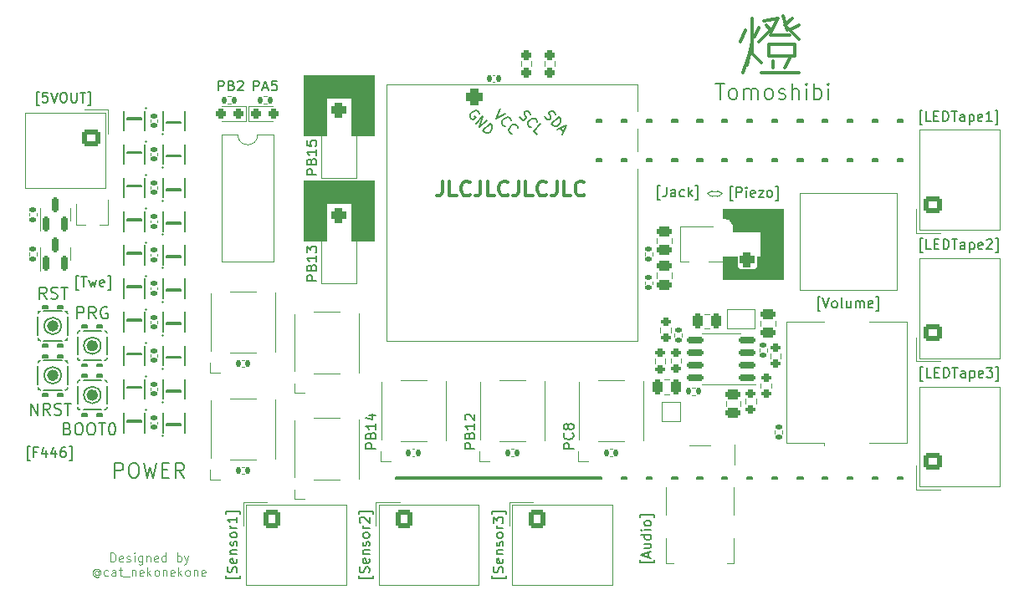
<source format=gbr>
%TF.GenerationSoftware,KiCad,Pcbnew,(6.0.11)*%
%TF.CreationDate,2024-02-29T08:25:03+09:00*%
%TF.ProjectId,Mother_UI,4d6f7468-6572-45f5-9549-2e6b69636164,rev?*%
%TF.SameCoordinates,Original*%
%TF.FileFunction,Legend,Top*%
%TF.FilePolarity,Positive*%
%FSLAX46Y46*%
G04 Gerber Fmt 4.6, Leading zero omitted, Abs format (unit mm)*
G04 Created by KiCad (PCBNEW (6.0.11)) date 2024-02-29 08:25:03*
%MOMM*%
%LPD*%
G01*
G04 APERTURE LIST*
G04 Aperture macros list*
%AMRoundRect*
0 Rectangle with rounded corners*
0 $1 Rounding radius*
0 $2 $3 $4 $5 $6 $7 $8 $9 X,Y pos of 4 corners*
0 Add a 4 corners polygon primitive as box body*
4,1,4,$2,$3,$4,$5,$6,$7,$8,$9,$2,$3,0*
0 Add four circle primitives for the rounded corners*
1,1,$1+$1,$2,$3*
1,1,$1+$1,$4,$5*
1,1,$1+$1,$6,$7*
1,1,$1+$1,$8,$9*
0 Add four rect primitives between the rounded corners*
20,1,$1+$1,$2,$3,$4,$5,0*
20,1,$1+$1,$4,$5,$6,$7,0*
20,1,$1+$1,$6,$7,$8,$9,0*
20,1,$1+$1,$8,$9,$2,$3,0*%
%AMFreePoly0*
4,1,6,1.000000,0.000000,0.500000,-0.750000,-0.500000,-0.750000,-0.500000,0.750000,0.500000,0.750000,1.000000,0.000000,1.000000,0.000000,$1*%
%AMFreePoly1*
4,1,6,0.500000,-0.750000,-0.650000,-0.750000,-0.150000,0.000000,-0.650000,0.750000,0.500000,0.750000,0.500000,-0.750000,0.500000,-0.750000,$1*%
G04 Aperture macros list end*
%ADD10C,0.150000*%
%ADD11C,0.575000*%
%ADD12C,0.130000*%
%ADD13C,0.200000*%
%ADD14C,0.160000*%
%ADD15C,0.300000*%
%ADD16C,0.350000*%
%ADD17C,0.120000*%
%ADD18C,0.110000*%
%ADD19C,0.210000*%
%ADD20C,0.152000*%
%ADD21C,0.254000*%
%ADD22RoundRect,0.250000X-0.250000X-0.475000X0.250000X-0.475000X0.250000X0.475000X-0.250000X0.475000X0*%
%ADD23RoundRect,0.381000X-0.381000X0.381000X-0.381000X-0.381000X0.381000X-0.381000X0.381000X0.381000X0*%
%ADD24C,1.524000*%
%ADD25RoundRect,0.200000X-0.275000X0.200000X-0.275000X-0.200000X0.275000X-0.200000X0.275000X0.200000X0*%
%ADD26R,1.400000X1.600000*%
%ADD27RoundRect,0.140000X0.170000X-0.140000X0.170000X0.140000X-0.170000X0.140000X-0.170000X-0.140000X0*%
%ADD28RoundRect,0.250000X0.675000X-0.600000X0.675000X0.600000X-0.675000X0.600000X-0.675000X-0.600000X0*%
%ADD29O,1.850000X1.700000*%
%ADD30R,4.000000X1.200000*%
%ADD31RoundRect,0.425000X-0.425000X-0.425000X0.425000X-0.425000X0.425000X0.425000X-0.425000X0.425000X0*%
%ADD32C,1.700000*%
%ADD33RoundRect,0.250000X-0.475000X0.250000X-0.475000X-0.250000X0.475000X-0.250000X0.475000X0.250000X0*%
%ADD34RoundRect,0.200000X0.275000X-0.200000X0.275000X0.200000X-0.275000X0.200000X-0.275000X-0.200000X0*%
%ADD35R,0.700000X0.900000*%
%ADD36RoundRect,0.135000X0.185000X-0.135000X0.185000X0.135000X-0.185000X0.135000X-0.185000X-0.135000X0*%
%ADD37RoundRect,0.135000X0.135000X0.185000X-0.135000X0.185000X-0.135000X-0.185000X0.135000X-0.185000X0*%
%ADD38RoundRect,0.140000X0.140000X0.170000X-0.140000X0.170000X-0.140000X-0.170000X0.140000X-0.170000X0*%
%ADD39RoundRect,0.381000X-0.381000X-0.381000X0.381000X-0.381000X0.381000X0.381000X-0.381000X0.381000X0*%
%ADD40FreePoly0,180.000000*%
%ADD41FreePoly1,180.000000*%
%ADD42RoundRect,0.140000X-0.140000X-0.170000X0.140000X-0.170000X0.140000X0.170000X-0.140000X0.170000X0*%
%ADD43R,1.500000X1.500000*%
%ADD44RoundRect,0.250000X0.250000X0.475000X-0.250000X0.475000X-0.250000X-0.475000X0.250000X-0.475000X0*%
%ADD45RoundRect,0.250000X-0.600000X-0.675000X0.600000X-0.675000X0.600000X0.675000X-0.600000X0.675000X0*%
%ADD46O,1.700000X1.850000*%
%ADD47C,1.000000*%
%ADD48R,1.900000X1.900000*%
%ADD49C,1.900000*%
%ADD50RoundRect,0.237500X-0.287500X-0.237500X0.287500X-0.237500X0.287500X0.237500X-0.287500X0.237500X0*%
%ADD51RoundRect,0.135000X-0.135000X-0.185000X0.135000X-0.185000X0.135000X0.185000X-0.135000X0.185000X0*%
%ADD52C,1.440000*%
%ADD53RoundRect,0.237500X-0.237500X0.250000X-0.237500X-0.250000X0.237500X-0.250000X0.237500X0.250000X0*%
%ADD54RoundRect,0.150000X0.150000X-0.587500X0.150000X0.587500X-0.150000X0.587500X-0.150000X-0.587500X0*%
%ADD55RoundRect,0.237500X0.287500X0.237500X-0.287500X0.237500X-0.287500X-0.237500X0.287500X-0.237500X0*%
%ADD56RoundRect,0.250000X-0.675000X0.600000X-0.675000X-0.600000X0.675000X-0.600000X0.675000X0.600000X0*%
%ADD57R,0.700000X1.000000*%
%ADD58R,1.600000X1.600000*%
%ADD59O,1.600000X1.600000*%
%ADD60RoundRect,0.135000X-0.185000X0.135000X-0.185000X-0.135000X0.185000X-0.135000X0.185000X0.135000X0*%
%ADD61RoundRect,0.150000X0.675000X0.150000X-0.675000X0.150000X-0.675000X-0.150000X0.675000X-0.150000X0*%
%ADD62R,1.700000X1.700000*%
%ADD63O,1.700000X1.700000*%
G04 APERTURE END LIST*
D10*
X160750000Y-86050000D02*
X160200000Y-86050000D01*
X160200000Y-86050000D02*
X160200000Y-85850000D01*
X160200000Y-85850000D02*
X160750000Y-85850000D01*
X160750000Y-85850000D02*
X160750000Y-86050000D01*
G36*
X160750000Y-86050000D02*
G01*
X160200000Y-86050000D01*
X160200000Y-85850000D01*
X160750000Y-85850000D01*
X160750000Y-86050000D01*
G37*
X89704400Y-104750000D02*
G75*
G03*
X89704400Y-104750000I-854400J0D01*
G01*
X142950000Y-118250000D02*
X142400000Y-118250000D01*
X142400000Y-118250000D02*
X142400000Y-118050000D01*
X142400000Y-118050000D02*
X142950000Y-118050000D01*
X142950000Y-118050000D02*
X142950000Y-118250000D01*
G36*
X142950000Y-118250000D02*
G01*
X142400000Y-118250000D01*
X142400000Y-118050000D01*
X142950000Y-118050000D01*
X142950000Y-118250000D01*
G37*
X87350000Y-106000000D02*
G75*
G03*
X87600000Y-106250000I250000J0D01*
G01*
X148050000Y-118250000D02*
X147500000Y-118250000D01*
X147500000Y-118250000D02*
X147500000Y-118050000D01*
X147500000Y-118050000D02*
X148050000Y-118050000D01*
X148050000Y-118050000D02*
X148050000Y-118250000D01*
G36*
X148050000Y-118250000D02*
G01*
X147500000Y-118250000D01*
X147500000Y-118050000D01*
X148050000Y-118050000D01*
X148050000Y-118250000D01*
G37*
X145500000Y-118250000D02*
X144950000Y-118250000D01*
X144950000Y-118250000D02*
X144950000Y-118050000D01*
X144950000Y-118050000D02*
X145500000Y-118050000D01*
X145500000Y-118050000D02*
X145500000Y-118250000D01*
G36*
X145500000Y-118250000D02*
G01*
X144950000Y-118250000D01*
X144950000Y-118050000D01*
X145500000Y-118050000D01*
X145500000Y-118250000D01*
G37*
X158200000Y-86050000D02*
X157650000Y-86050000D01*
X157650000Y-86050000D02*
X157650000Y-85850000D01*
X157650000Y-85850000D02*
X158200000Y-85850000D01*
X158200000Y-85850000D02*
X158200000Y-86050000D01*
G36*
X158200000Y-86050000D02*
G01*
X157650000Y-86050000D01*
X157650000Y-85850000D01*
X158200000Y-85850000D01*
X158200000Y-86050000D01*
G37*
X86350000Y-101500000D02*
G75*
G03*
X86100000Y-101250000I-250000J0D01*
G01*
X90350000Y-108850000D02*
X90350000Y-110650000D01*
X83350000Y-108650000D02*
X83350000Y-106850000D01*
X86100000Y-109250000D02*
G75*
G03*
X86350000Y-109000000I0J250000D01*
G01*
X85750000Y-104250000D02*
X83950000Y-104250000D01*
X90350000Y-103500000D02*
G75*
G03*
X90100000Y-103250000I-250000J0D01*
G01*
X150600000Y-118250000D02*
X150050000Y-118250000D01*
X150050000Y-118250000D02*
X150050000Y-118050000D01*
X150050000Y-118050000D02*
X150600000Y-118050000D01*
X150600000Y-118050000D02*
X150600000Y-118250000D01*
G36*
X150600000Y-118250000D02*
G01*
X150050000Y-118250000D01*
X150050000Y-118050000D01*
X150600000Y-118050000D01*
X150600000Y-118250000D01*
G37*
D11*
X89137500Y-109750000D02*
G75*
G03*
X89137500Y-109750000I-287500J0D01*
G01*
D10*
X86350000Y-106850000D02*
X86350000Y-108650000D01*
X83350000Y-103650000D02*
X83350000Y-101850000D01*
X87350000Y-105650000D02*
X87350000Y-103850000D01*
X87350000Y-110650000D02*
X87350000Y-108850000D01*
X85850000Y-100950000D02*
X85350000Y-100950000D01*
X85350000Y-100950000D02*
X85350000Y-100700000D01*
X85350000Y-100700000D02*
X85850000Y-100700000D01*
X85850000Y-100700000D02*
X85850000Y-100950000D01*
G36*
X85850000Y-100950000D02*
G01*
X85350000Y-100950000D01*
X85350000Y-100700000D01*
X85850000Y-100700000D01*
X85850000Y-100950000D01*
G37*
X142950000Y-82050000D02*
X142400000Y-82050000D01*
X142400000Y-82050000D02*
X142400000Y-81850000D01*
X142400000Y-81850000D02*
X142950000Y-81850000D01*
X142950000Y-81850000D02*
X142950000Y-82050000D01*
G36*
X142950000Y-82050000D02*
G01*
X142400000Y-82050000D01*
X142400000Y-81850000D01*
X142950000Y-81850000D01*
X142950000Y-82050000D01*
G37*
X140400000Y-86050000D02*
X139850000Y-86050000D01*
X139850000Y-86050000D02*
X139850000Y-85850000D01*
X139850000Y-85850000D02*
X140400000Y-85850000D01*
X140400000Y-85850000D02*
X140400000Y-86050000D01*
G36*
X140400000Y-86050000D02*
G01*
X139850000Y-86050000D01*
X139850000Y-85850000D01*
X140400000Y-85850000D01*
X140400000Y-86050000D01*
G37*
X85850000Y-105950000D02*
X85350000Y-105950000D01*
X85350000Y-105950000D02*
X85350000Y-105700000D01*
X85350000Y-105700000D02*
X85850000Y-105700000D01*
X85850000Y-105700000D02*
X85850000Y-105950000D01*
G36*
X85850000Y-105950000D02*
G01*
X85350000Y-105950000D01*
X85350000Y-105700000D01*
X85850000Y-105700000D01*
X85850000Y-105950000D01*
G37*
X155650000Y-82050000D02*
X155100000Y-82050000D01*
X155100000Y-82050000D02*
X155100000Y-81850000D01*
X155100000Y-81850000D02*
X155650000Y-81850000D01*
X155650000Y-81850000D02*
X155650000Y-82050000D01*
G36*
X155650000Y-82050000D02*
G01*
X155100000Y-82050000D01*
X155100000Y-81850000D01*
X155650000Y-81850000D01*
X155650000Y-82050000D01*
G37*
X148050000Y-86050000D02*
X147500000Y-86050000D01*
X147500000Y-86050000D02*
X147500000Y-85850000D01*
X147500000Y-85850000D02*
X148050000Y-85850000D01*
X148050000Y-85850000D02*
X148050000Y-86050000D01*
G36*
X148050000Y-86050000D02*
G01*
X147500000Y-86050000D01*
X147500000Y-85850000D01*
X148050000Y-85850000D01*
X148050000Y-86050000D01*
G37*
X83950000Y-101250000D02*
X85750000Y-101250000D01*
X84350000Y-105950000D02*
X83850000Y-105950000D01*
X83850000Y-105950000D02*
X83850000Y-105700000D01*
X83850000Y-105700000D02*
X84350000Y-105700000D01*
X84350000Y-105700000D02*
X84350000Y-105950000D01*
G36*
X84350000Y-105950000D02*
G01*
X83850000Y-105950000D01*
X83850000Y-105700000D01*
X84350000Y-105700000D01*
X84350000Y-105950000D01*
G37*
X153100000Y-82050000D02*
X152550000Y-82050000D01*
X152550000Y-82050000D02*
X152550000Y-81850000D01*
X152550000Y-81850000D02*
X153100000Y-81850000D01*
X153100000Y-81850000D02*
X153100000Y-82050000D01*
G36*
X153100000Y-82050000D02*
G01*
X152550000Y-82050000D01*
X152550000Y-81850000D01*
X153100000Y-81850000D01*
X153100000Y-82050000D01*
G37*
X83950000Y-106250000D02*
X85750000Y-106250000D01*
X150600000Y-82050000D02*
X150050000Y-82050000D01*
X150050000Y-82050000D02*
X150050000Y-81850000D01*
X150050000Y-81850000D02*
X150600000Y-81850000D01*
X150600000Y-81850000D02*
X150600000Y-82050000D01*
G36*
X150600000Y-82050000D02*
G01*
X150050000Y-82050000D01*
X150050000Y-81850000D01*
X150600000Y-81850000D01*
X150600000Y-82050000D01*
G37*
X84350000Y-100950000D02*
X83850000Y-100950000D01*
X83850000Y-100950000D02*
X83850000Y-100700000D01*
X83850000Y-100700000D02*
X84350000Y-100700000D01*
X84350000Y-100700000D02*
X84350000Y-100950000D01*
G36*
X84350000Y-100950000D02*
G01*
X83850000Y-100950000D01*
X83850000Y-100700000D01*
X84350000Y-100700000D01*
X84350000Y-100950000D01*
G37*
X88350000Y-106850000D02*
X87850000Y-106850000D01*
X87850000Y-106850000D02*
X87850000Y-106600000D01*
X87850000Y-106600000D02*
X88350000Y-106600000D01*
X88350000Y-106600000D02*
X88350000Y-106850000D01*
G36*
X88350000Y-106850000D02*
G01*
X87850000Y-106850000D01*
X87850000Y-106600000D01*
X88350000Y-106600000D01*
X88350000Y-106850000D01*
G37*
X85704400Y-107750000D02*
G75*
G03*
X85704400Y-107750000I-854400J0D01*
G01*
X90350000Y-108500000D02*
G75*
G03*
X90100000Y-108250000I-250000J0D01*
G01*
X83600000Y-106250000D02*
G75*
G03*
X83350000Y-106500000I0J-250000D01*
G01*
X86100000Y-104250000D02*
G75*
G03*
X86350000Y-104000000I0J250000D01*
G01*
X89850000Y-111850000D02*
X89350000Y-111850000D01*
X89350000Y-111850000D02*
X89350000Y-111600000D01*
X89350000Y-111600000D02*
X89850000Y-111600000D01*
X89850000Y-111600000D02*
X89850000Y-111850000D01*
G36*
X89850000Y-111850000D02*
G01*
X89350000Y-111850000D01*
X89350000Y-111600000D01*
X89850000Y-111600000D01*
X89850000Y-111850000D01*
G37*
X88350000Y-111850000D02*
X87850000Y-111850000D01*
X87850000Y-111850000D02*
X87850000Y-111600000D01*
X87850000Y-111600000D02*
X88350000Y-111600000D01*
X88350000Y-111600000D02*
X88350000Y-111850000D01*
G36*
X88350000Y-111850000D02*
G01*
X87850000Y-111850000D01*
X87850000Y-111600000D01*
X88350000Y-111600000D01*
X88350000Y-111850000D01*
G37*
X170350000Y-81850000D02*
X170900000Y-81850000D01*
X170900000Y-81850000D02*
X170900000Y-82050000D01*
X170900000Y-82050000D02*
X170350000Y-82050000D01*
X170350000Y-82050000D02*
X170350000Y-81850000D01*
G36*
X170350000Y-81850000D02*
G01*
X170900000Y-81850000D01*
X170900000Y-82050000D01*
X170350000Y-82050000D01*
X170350000Y-81850000D01*
G37*
X155650000Y-86050000D02*
X155100000Y-86050000D01*
X155100000Y-86050000D02*
X155100000Y-85850000D01*
X155100000Y-85850000D02*
X155650000Y-85850000D01*
X155650000Y-85850000D02*
X155650000Y-86050000D01*
G36*
X155650000Y-86050000D02*
G01*
X155100000Y-86050000D01*
X155100000Y-85850000D01*
X155650000Y-85850000D01*
X155650000Y-86050000D01*
G37*
X167800000Y-85850000D02*
X168350000Y-85850000D01*
X168350000Y-85850000D02*
X168350000Y-86050000D01*
X168350000Y-86050000D02*
X167800000Y-86050000D01*
X167800000Y-86050000D02*
X167800000Y-85850000D01*
G36*
X167800000Y-85850000D02*
G01*
X168350000Y-85850000D01*
X168350000Y-86050000D01*
X167800000Y-86050000D01*
X167800000Y-85850000D01*
G37*
X89850000Y-106850000D02*
X89350000Y-106850000D01*
X89350000Y-106850000D02*
X89350000Y-106600000D01*
X89350000Y-106600000D02*
X89850000Y-106600000D01*
X89850000Y-106600000D02*
X89850000Y-106850000D01*
G36*
X89850000Y-106850000D02*
G01*
X89350000Y-106850000D01*
X89350000Y-106600000D01*
X89850000Y-106600000D01*
X89850000Y-106850000D01*
G37*
X90100000Y-111250000D02*
G75*
G03*
X90350000Y-111000000I0J250000D01*
G01*
D11*
X89137500Y-104750000D02*
G75*
G03*
X89137500Y-104750000I-287500J0D01*
G01*
D10*
X163250000Y-82050000D02*
X162700000Y-82050000D01*
X162700000Y-82050000D02*
X162700000Y-81850000D01*
X162700000Y-81850000D02*
X163250000Y-81850000D01*
X163250000Y-81850000D02*
X163250000Y-82050000D01*
G36*
X163250000Y-82050000D02*
G01*
X162700000Y-82050000D01*
X162700000Y-81850000D01*
X163250000Y-81850000D01*
X163250000Y-82050000D01*
G37*
X86350000Y-106500000D02*
G75*
G03*
X86100000Y-106250000I-250000J0D01*
G01*
X163250000Y-86050000D02*
X162700000Y-86050000D01*
X162700000Y-86050000D02*
X162700000Y-85850000D01*
X162700000Y-85850000D02*
X163250000Y-85850000D01*
X163250000Y-85850000D02*
X163250000Y-86050000D01*
G36*
X163250000Y-86050000D02*
G01*
X162700000Y-86050000D01*
X162700000Y-85850000D01*
X163250000Y-85850000D01*
X163250000Y-86050000D01*
G37*
X83600000Y-101250000D02*
G75*
G03*
X83350000Y-101500000I0J-250000D01*
G01*
X89850000Y-107950000D02*
X89350000Y-107950000D01*
X89350000Y-107950000D02*
X89350000Y-107700000D01*
X89350000Y-107700000D02*
X89850000Y-107700000D01*
X89850000Y-107700000D02*
X89850000Y-107950000D01*
G36*
X89850000Y-107950000D02*
G01*
X89350000Y-107950000D01*
X89350000Y-107700000D01*
X89850000Y-107700000D01*
X89850000Y-107950000D01*
G37*
X87950000Y-103250000D02*
X89750000Y-103250000D01*
X88350000Y-102950000D02*
X87850000Y-102950000D01*
X87850000Y-102950000D02*
X87850000Y-102700000D01*
X87850000Y-102700000D02*
X88350000Y-102700000D01*
X88350000Y-102700000D02*
X88350000Y-102950000D01*
G36*
X88350000Y-102950000D02*
G01*
X87850000Y-102950000D01*
X87850000Y-102700000D01*
X88350000Y-102700000D01*
X88350000Y-102950000D01*
G37*
X86350000Y-101850000D02*
X86350000Y-103650000D01*
X85704400Y-102750000D02*
G75*
G03*
X85704400Y-102750000I-854400J0D01*
G01*
X145500000Y-86050000D02*
X144950000Y-86050000D01*
X144950000Y-86050000D02*
X144950000Y-85850000D01*
X144950000Y-85850000D02*
X145500000Y-85850000D01*
X145500000Y-85850000D02*
X145500000Y-86050000D01*
G36*
X145500000Y-86050000D02*
G01*
X144950000Y-86050000D01*
X144950000Y-85850000D01*
X145500000Y-85850000D01*
X145500000Y-86050000D01*
G37*
D11*
X85137500Y-102750000D02*
G75*
G03*
X85137500Y-102750000I-287500J0D01*
G01*
D10*
X84350000Y-104850000D02*
X83850000Y-104850000D01*
X83850000Y-104850000D02*
X83850000Y-104600000D01*
X83850000Y-104600000D02*
X84350000Y-104600000D01*
X84350000Y-104600000D02*
X84350000Y-104850000D01*
G36*
X84350000Y-104850000D02*
G01*
X83850000Y-104850000D01*
X83850000Y-104600000D01*
X84350000Y-104600000D01*
X84350000Y-104850000D01*
G37*
X90350000Y-103850000D02*
X90350000Y-105650000D01*
X158200000Y-82050000D02*
X157650000Y-82050000D01*
X157650000Y-82050000D02*
X157650000Y-81850000D01*
X157650000Y-81850000D02*
X158200000Y-81850000D01*
X158200000Y-81850000D02*
X158200000Y-82050000D01*
G36*
X158200000Y-82050000D02*
G01*
X157650000Y-82050000D01*
X157650000Y-81850000D01*
X158200000Y-81850000D01*
X158200000Y-82050000D01*
G37*
X142950000Y-86050000D02*
X142400000Y-86050000D01*
X142400000Y-86050000D02*
X142400000Y-85850000D01*
X142400000Y-85850000D02*
X142950000Y-85850000D01*
X142950000Y-85850000D02*
X142950000Y-86050000D01*
G36*
X142950000Y-86050000D02*
G01*
X142400000Y-86050000D01*
X142400000Y-85850000D01*
X142950000Y-85850000D01*
X142950000Y-86050000D01*
G37*
X145500000Y-82050000D02*
X144950000Y-82050000D01*
X144950000Y-82050000D02*
X144950000Y-81850000D01*
X144950000Y-81850000D02*
X145500000Y-81850000D01*
X145500000Y-81850000D02*
X145500000Y-82050000D01*
G36*
X145500000Y-82050000D02*
G01*
X144950000Y-82050000D01*
X144950000Y-81850000D01*
X145500000Y-81850000D01*
X145500000Y-82050000D01*
G37*
X90100000Y-106250000D02*
G75*
G03*
X90350000Y-106000000I0J250000D01*
G01*
X89850000Y-102950000D02*
X89350000Y-102950000D01*
X89350000Y-102950000D02*
X89350000Y-102700000D01*
X89350000Y-102700000D02*
X89850000Y-102700000D01*
X89850000Y-102700000D02*
X89850000Y-102950000D01*
G36*
X89850000Y-102950000D02*
G01*
X89350000Y-102950000D01*
X89350000Y-102700000D01*
X89850000Y-102700000D01*
X89850000Y-102950000D01*
G37*
X83350000Y-109000000D02*
G75*
G03*
X83600000Y-109250000I250000J0D01*
G01*
X87350000Y-111000000D02*
G75*
G03*
X87600000Y-111250000I250000J0D01*
G01*
X170350000Y-85850000D02*
X170900000Y-85850000D01*
X170900000Y-85850000D02*
X170900000Y-86050000D01*
X170900000Y-86050000D02*
X170350000Y-86050000D01*
X170350000Y-86050000D02*
X170350000Y-85850000D01*
G36*
X170350000Y-85850000D02*
G01*
X170900000Y-85850000D01*
X170900000Y-86050000D01*
X170350000Y-86050000D01*
X170350000Y-85850000D01*
G37*
X150600000Y-86050000D02*
X150050000Y-86050000D01*
X150050000Y-86050000D02*
X150050000Y-85850000D01*
X150050000Y-85850000D02*
X150600000Y-85850000D01*
X150600000Y-85850000D02*
X150600000Y-86050000D01*
G36*
X150600000Y-86050000D02*
G01*
X150050000Y-86050000D01*
X150050000Y-85850000D01*
X150600000Y-85850000D01*
X150600000Y-86050000D01*
G37*
X87600000Y-108250000D02*
G75*
G03*
X87350000Y-108500000I0J-250000D01*
G01*
X167800000Y-118050000D02*
X168350000Y-118050000D01*
X168350000Y-118050000D02*
X168350000Y-118250000D01*
X168350000Y-118250000D02*
X167800000Y-118250000D01*
X167800000Y-118250000D02*
X167800000Y-118050000D01*
G36*
X167800000Y-118050000D02*
G01*
X168350000Y-118050000D01*
X168350000Y-118250000D01*
X167800000Y-118250000D01*
X167800000Y-118050000D01*
G37*
X153100000Y-86050000D02*
X152550000Y-86050000D01*
X152550000Y-86050000D02*
X152550000Y-85850000D01*
X152550000Y-85850000D02*
X153100000Y-85850000D01*
X153100000Y-85850000D02*
X153100000Y-86050000D01*
G36*
X153100000Y-86050000D02*
G01*
X152550000Y-86050000D01*
X152550000Y-85850000D01*
X153100000Y-85850000D01*
X153100000Y-86050000D01*
G37*
X89750000Y-106250000D02*
X87950000Y-106250000D01*
X88350000Y-107950000D02*
X87850000Y-107950000D01*
X87850000Y-107950000D02*
X87850000Y-107700000D01*
X87850000Y-107700000D02*
X88350000Y-107700000D01*
X88350000Y-107700000D02*
X88350000Y-107950000D01*
G36*
X88350000Y-107950000D02*
G01*
X87850000Y-107950000D01*
X87850000Y-107700000D01*
X88350000Y-107700000D01*
X88350000Y-107950000D01*
G37*
X89750000Y-111250000D02*
X87950000Y-111250000D01*
X85850000Y-104850000D02*
X85350000Y-104850000D01*
X85350000Y-104850000D02*
X85350000Y-104600000D01*
X85350000Y-104600000D02*
X85850000Y-104600000D01*
X85850000Y-104600000D02*
X85850000Y-104850000D01*
G36*
X85850000Y-104850000D02*
G01*
X85350000Y-104850000D01*
X85350000Y-104600000D01*
X85850000Y-104600000D01*
X85850000Y-104850000D01*
G37*
X85750000Y-109250000D02*
X83950000Y-109250000D01*
X148050000Y-82050000D02*
X147500000Y-82050000D01*
X147500000Y-82050000D02*
X147500000Y-81850000D01*
X147500000Y-81850000D02*
X148050000Y-81850000D01*
X148050000Y-81850000D02*
X148050000Y-82050000D01*
G36*
X148050000Y-82050000D02*
G01*
X147500000Y-82050000D01*
X147500000Y-81850000D01*
X148050000Y-81850000D01*
X148050000Y-82050000D01*
G37*
D11*
X85137500Y-107750000D02*
G75*
G03*
X85137500Y-107750000I-287500J0D01*
G01*
D10*
X89704400Y-109750000D02*
G75*
G03*
X89704400Y-109750000I-854400J0D01*
G01*
X155650000Y-118250000D02*
X155100000Y-118250000D01*
X155100000Y-118250000D02*
X155100000Y-118050000D01*
X155100000Y-118050000D02*
X155650000Y-118050000D01*
X155650000Y-118050000D02*
X155650000Y-118250000D01*
G36*
X155650000Y-118250000D02*
G01*
X155100000Y-118250000D01*
X155100000Y-118050000D01*
X155650000Y-118050000D01*
X155650000Y-118250000D01*
G37*
X165800000Y-118250000D02*
X165250000Y-118250000D01*
X165250000Y-118250000D02*
X165250000Y-118050000D01*
X165250000Y-118050000D02*
X165800000Y-118050000D01*
X165800000Y-118050000D02*
X165800000Y-118250000D01*
G36*
X165800000Y-118250000D02*
G01*
X165250000Y-118250000D01*
X165250000Y-118050000D01*
X165800000Y-118050000D01*
X165800000Y-118250000D01*
G37*
X158200000Y-118250000D02*
X157650000Y-118250000D01*
X157650000Y-118250000D02*
X157650000Y-118050000D01*
X157650000Y-118050000D02*
X158200000Y-118050000D01*
X158200000Y-118050000D02*
X158200000Y-118250000D01*
G36*
X158200000Y-118250000D02*
G01*
X157650000Y-118250000D01*
X157650000Y-118050000D01*
X158200000Y-118050000D01*
X158200000Y-118250000D01*
G37*
X153100000Y-118250000D02*
X152550000Y-118250000D01*
X152550000Y-118250000D02*
X152550000Y-118050000D01*
X152550000Y-118050000D02*
X153100000Y-118050000D01*
X153100000Y-118050000D02*
X153100000Y-118250000D01*
G36*
X153100000Y-118250000D02*
G01*
X152550000Y-118250000D01*
X152550000Y-118050000D01*
X153100000Y-118050000D01*
X153100000Y-118250000D01*
G37*
X140400000Y-118250000D02*
X119600000Y-118250000D01*
X119600000Y-118250000D02*
X119600000Y-118050000D01*
X119600000Y-118050000D02*
X140400000Y-118050000D01*
X140400000Y-118050000D02*
X140400000Y-118250000D01*
G36*
X140400000Y-118250000D02*
G01*
X119600000Y-118250000D01*
X119600000Y-118050000D01*
X140400000Y-118050000D01*
X140400000Y-118250000D01*
G37*
X140400000Y-82050000D02*
X139850000Y-82050000D01*
X139850000Y-82050000D02*
X139850000Y-81850000D01*
X139850000Y-81850000D02*
X140400000Y-81850000D01*
X140400000Y-81850000D02*
X140400000Y-82050000D01*
G36*
X140400000Y-82050000D02*
G01*
X139850000Y-82050000D01*
X139850000Y-81850000D01*
X140400000Y-81850000D01*
X140400000Y-82050000D01*
G37*
X84350000Y-109850000D02*
X83850000Y-109850000D01*
X83850000Y-109850000D02*
X83850000Y-109600000D01*
X83850000Y-109600000D02*
X84350000Y-109600000D01*
X84350000Y-109600000D02*
X84350000Y-109850000D01*
G36*
X84350000Y-109850000D02*
G01*
X83850000Y-109850000D01*
X83850000Y-109600000D01*
X84350000Y-109600000D01*
X84350000Y-109850000D01*
G37*
X83350000Y-104000000D02*
G75*
G03*
X83600000Y-104250000I250000J0D01*
G01*
X170350000Y-118050000D02*
X170900000Y-118050000D01*
X170900000Y-118050000D02*
X170900000Y-118250000D01*
X170900000Y-118250000D02*
X170350000Y-118250000D01*
X170350000Y-118250000D02*
X170350000Y-118050000D01*
G36*
X170350000Y-118050000D02*
G01*
X170900000Y-118050000D01*
X170900000Y-118250000D01*
X170350000Y-118250000D01*
X170350000Y-118050000D01*
G37*
X160750000Y-82050000D02*
X160200000Y-82050000D01*
X160200000Y-82050000D02*
X160200000Y-81850000D01*
X160200000Y-81850000D02*
X160750000Y-81850000D01*
X160750000Y-81850000D02*
X160750000Y-82050000D01*
G36*
X160750000Y-82050000D02*
G01*
X160200000Y-82050000D01*
X160200000Y-81850000D01*
X160750000Y-81850000D01*
X160750000Y-82050000D01*
G37*
X163250000Y-118250000D02*
X162700000Y-118250000D01*
X162700000Y-118250000D02*
X162700000Y-118050000D01*
X162700000Y-118050000D02*
X163250000Y-118050000D01*
X163250000Y-118050000D02*
X163250000Y-118250000D01*
G36*
X163250000Y-118250000D02*
G01*
X162700000Y-118250000D01*
X162700000Y-118050000D01*
X163250000Y-118050000D01*
X163250000Y-118250000D01*
G37*
X87950000Y-108250000D02*
X89750000Y-108250000D01*
X167800000Y-81850000D02*
X168350000Y-81850000D01*
X168350000Y-81850000D02*
X168350000Y-82050000D01*
X168350000Y-82050000D02*
X167800000Y-82050000D01*
X167800000Y-82050000D02*
X167800000Y-81850000D01*
G36*
X167800000Y-81850000D02*
G01*
X168350000Y-81850000D01*
X168350000Y-82050000D01*
X167800000Y-82050000D01*
X167800000Y-81850000D01*
G37*
X165800000Y-86050000D02*
X165250000Y-86050000D01*
X165250000Y-86050000D02*
X165250000Y-85850000D01*
X165250000Y-85850000D02*
X165800000Y-85850000D01*
X165800000Y-85850000D02*
X165800000Y-86050000D01*
G36*
X165800000Y-86050000D02*
G01*
X165250000Y-86050000D01*
X165250000Y-85850000D01*
X165800000Y-85850000D01*
X165800000Y-86050000D01*
G37*
X87600000Y-103250000D02*
G75*
G03*
X87350000Y-103500000I0J-250000D01*
G01*
X165800000Y-82050000D02*
X165250000Y-82050000D01*
X165250000Y-82050000D02*
X165250000Y-81850000D01*
X165250000Y-81850000D02*
X165800000Y-81850000D01*
X165800000Y-81850000D02*
X165800000Y-82050000D01*
G36*
X165800000Y-82050000D02*
G01*
X165250000Y-82050000D01*
X165250000Y-81850000D01*
X165800000Y-81850000D01*
X165800000Y-82050000D01*
G37*
X85850000Y-109850000D02*
X85350000Y-109850000D01*
X85350000Y-109850000D02*
X85350000Y-109600000D01*
X85350000Y-109600000D02*
X85850000Y-109600000D01*
X85850000Y-109600000D02*
X85850000Y-109850000D01*
G36*
X85850000Y-109850000D02*
G01*
X85350000Y-109850000D01*
X85350000Y-109600000D01*
X85850000Y-109600000D01*
X85850000Y-109850000D01*
G37*
X160750000Y-118250000D02*
X160200000Y-118250000D01*
X160200000Y-118250000D02*
X160200000Y-118050000D01*
X160200000Y-118050000D02*
X160750000Y-118050000D01*
X160750000Y-118050000D02*
X160750000Y-118250000D01*
G36*
X160750000Y-118250000D02*
G01*
X160200000Y-118250000D01*
X160200000Y-118050000D01*
X160750000Y-118050000D01*
X160750000Y-118250000D01*
G37*
D12*
X162516666Y-101235714D02*
X162278571Y-101235714D01*
X162278571Y-99807142D01*
X162516666Y-99807142D01*
X162754761Y-99902380D02*
X163088095Y-100902380D01*
X163421428Y-99902380D01*
X163897619Y-100902380D02*
X163802380Y-100854761D01*
X163754761Y-100807142D01*
X163707142Y-100711904D01*
X163707142Y-100426190D01*
X163754761Y-100330952D01*
X163802380Y-100283333D01*
X163897619Y-100235714D01*
X164040476Y-100235714D01*
X164135714Y-100283333D01*
X164183333Y-100330952D01*
X164230952Y-100426190D01*
X164230952Y-100711904D01*
X164183333Y-100807142D01*
X164135714Y-100854761D01*
X164040476Y-100902380D01*
X163897619Y-100902380D01*
X164802380Y-100902380D02*
X164707142Y-100854761D01*
X164659523Y-100759523D01*
X164659523Y-99902380D01*
X165611904Y-100235714D02*
X165611904Y-100902380D01*
X165183333Y-100235714D02*
X165183333Y-100759523D01*
X165230952Y-100854761D01*
X165326190Y-100902380D01*
X165469047Y-100902380D01*
X165564285Y-100854761D01*
X165611904Y-100807142D01*
X166088095Y-100902380D02*
X166088095Y-100235714D01*
X166088095Y-100330952D02*
X166135714Y-100283333D01*
X166230952Y-100235714D01*
X166373809Y-100235714D01*
X166469047Y-100283333D01*
X166516666Y-100378571D01*
X166516666Y-100902380D01*
X166516666Y-100378571D02*
X166564285Y-100283333D01*
X166659523Y-100235714D01*
X166802380Y-100235714D01*
X166897619Y-100283333D01*
X166945238Y-100378571D01*
X166945238Y-100902380D01*
X167802380Y-100854761D02*
X167707142Y-100902380D01*
X167516666Y-100902380D01*
X167421428Y-100854761D01*
X167373809Y-100759523D01*
X167373809Y-100378571D01*
X167421428Y-100283333D01*
X167516666Y-100235714D01*
X167707142Y-100235714D01*
X167802380Y-100283333D01*
X167850000Y-100378571D01*
X167850000Y-100473809D01*
X167373809Y-100569047D01*
X168183333Y-101235714D02*
X168421428Y-101235714D01*
X168421428Y-99807142D01*
X168183333Y-99807142D01*
X117552380Y-115164285D02*
X116552380Y-115164285D01*
X116552380Y-114783333D01*
X116600000Y-114688095D01*
X116647619Y-114640476D01*
X116742857Y-114592857D01*
X116885714Y-114592857D01*
X116980952Y-114640476D01*
X117028571Y-114688095D01*
X117076190Y-114783333D01*
X117076190Y-115164285D01*
X117028571Y-113830952D02*
X117076190Y-113688095D01*
X117123809Y-113640476D01*
X117219047Y-113592857D01*
X117361904Y-113592857D01*
X117457142Y-113640476D01*
X117504761Y-113688095D01*
X117552380Y-113783333D01*
X117552380Y-114164285D01*
X116552380Y-114164285D01*
X116552380Y-113830952D01*
X116600000Y-113735714D01*
X116647619Y-113688095D01*
X116742857Y-113640476D01*
X116838095Y-113640476D01*
X116933333Y-113688095D01*
X116980952Y-113735714D01*
X117028571Y-113830952D01*
X117028571Y-114164285D01*
X117552380Y-112640476D02*
X117552380Y-113211904D01*
X117552380Y-112926190D02*
X116552380Y-112926190D01*
X116695238Y-113021428D01*
X116790476Y-113116666D01*
X116838095Y-113211904D01*
X116885714Y-111783333D02*
X117552380Y-111783333D01*
X116504761Y-112021428D02*
X117219047Y-112259523D01*
X117219047Y-111640476D01*
D13*
X91135714Y-118128571D02*
X91135714Y-116628571D01*
X91707142Y-116628571D01*
X91850000Y-116700000D01*
X91921428Y-116771428D01*
X91992857Y-116914285D01*
X91992857Y-117128571D01*
X91921428Y-117271428D01*
X91850000Y-117342857D01*
X91707142Y-117414285D01*
X91135714Y-117414285D01*
X92921428Y-116628571D02*
X93207142Y-116628571D01*
X93350000Y-116700000D01*
X93492857Y-116842857D01*
X93564285Y-117128571D01*
X93564285Y-117628571D01*
X93492857Y-117914285D01*
X93350000Y-118057142D01*
X93207142Y-118128571D01*
X92921428Y-118128571D01*
X92778571Y-118057142D01*
X92635714Y-117914285D01*
X92564285Y-117628571D01*
X92564285Y-117128571D01*
X92635714Y-116842857D01*
X92778571Y-116700000D01*
X92921428Y-116628571D01*
X94064285Y-116628571D02*
X94421428Y-118128571D01*
X94707142Y-117057142D01*
X94992857Y-118128571D01*
X95350000Y-116628571D01*
X95921428Y-117342857D02*
X96421428Y-117342857D01*
X96635714Y-118128571D02*
X95921428Y-118128571D01*
X95921428Y-116628571D01*
X96635714Y-116628571D01*
X98135714Y-118128571D02*
X97635714Y-117414285D01*
X97278571Y-118128571D02*
X97278571Y-116628571D01*
X97850000Y-116628571D01*
X97992857Y-116700000D01*
X98064285Y-116771428D01*
X98135714Y-116914285D01*
X98135714Y-117128571D01*
X98064285Y-117271428D01*
X97992857Y-117342857D01*
X97850000Y-117414285D01*
X97278571Y-117414285D01*
D14*
X87325714Y-102002857D02*
X87325714Y-100802857D01*
X87782857Y-100802857D01*
X87897142Y-100860000D01*
X87954285Y-100917142D01*
X88011428Y-101031428D01*
X88011428Y-101202857D01*
X87954285Y-101317142D01*
X87897142Y-101374285D01*
X87782857Y-101431428D01*
X87325714Y-101431428D01*
X89211428Y-102002857D02*
X88811428Y-101431428D01*
X88525714Y-102002857D02*
X88525714Y-100802857D01*
X88982857Y-100802857D01*
X89097142Y-100860000D01*
X89154285Y-100917142D01*
X89211428Y-101031428D01*
X89211428Y-101202857D01*
X89154285Y-101317142D01*
X89097142Y-101374285D01*
X88982857Y-101431428D01*
X88525714Y-101431428D01*
X90354285Y-100860000D02*
X90240000Y-100802857D01*
X90068571Y-100802857D01*
X89897142Y-100860000D01*
X89782857Y-100974285D01*
X89725714Y-101088571D01*
X89668571Y-101317142D01*
X89668571Y-101488571D01*
X89725714Y-101717142D01*
X89782857Y-101831428D01*
X89897142Y-101945714D01*
X90068571Y-102002857D01*
X90182857Y-102002857D01*
X90354285Y-101945714D01*
X90411428Y-101888571D01*
X90411428Y-101488571D01*
X90182857Y-101488571D01*
D12*
X103835714Y-128052857D02*
X103835714Y-128290952D01*
X102407142Y-128290952D01*
X102407142Y-128052857D01*
X103454761Y-127719523D02*
X103502380Y-127576666D01*
X103502380Y-127338571D01*
X103454761Y-127243333D01*
X103407142Y-127195714D01*
X103311904Y-127148095D01*
X103216666Y-127148095D01*
X103121428Y-127195714D01*
X103073809Y-127243333D01*
X103026190Y-127338571D01*
X102978571Y-127529047D01*
X102930952Y-127624285D01*
X102883333Y-127671904D01*
X102788095Y-127719523D01*
X102692857Y-127719523D01*
X102597619Y-127671904D01*
X102550000Y-127624285D01*
X102502380Y-127529047D01*
X102502380Y-127290952D01*
X102550000Y-127148095D01*
X103454761Y-126338571D02*
X103502380Y-126433809D01*
X103502380Y-126624285D01*
X103454761Y-126719523D01*
X103359523Y-126767142D01*
X102978571Y-126767142D01*
X102883333Y-126719523D01*
X102835714Y-126624285D01*
X102835714Y-126433809D01*
X102883333Y-126338571D01*
X102978571Y-126290952D01*
X103073809Y-126290952D01*
X103169047Y-126767142D01*
X102835714Y-125862380D02*
X103502380Y-125862380D01*
X102930952Y-125862380D02*
X102883333Y-125814761D01*
X102835714Y-125719523D01*
X102835714Y-125576666D01*
X102883333Y-125481428D01*
X102978571Y-125433809D01*
X103502380Y-125433809D01*
X103454761Y-125005238D02*
X103502380Y-124910000D01*
X103502380Y-124719523D01*
X103454761Y-124624285D01*
X103359523Y-124576666D01*
X103311904Y-124576666D01*
X103216666Y-124624285D01*
X103169047Y-124719523D01*
X103169047Y-124862380D01*
X103121428Y-124957619D01*
X103026190Y-125005238D01*
X102978571Y-125005238D01*
X102883333Y-124957619D01*
X102835714Y-124862380D01*
X102835714Y-124719523D01*
X102883333Y-124624285D01*
X103502380Y-124005238D02*
X103454761Y-124100476D01*
X103407142Y-124148095D01*
X103311904Y-124195714D01*
X103026190Y-124195714D01*
X102930952Y-124148095D01*
X102883333Y-124100476D01*
X102835714Y-124005238D01*
X102835714Y-123862380D01*
X102883333Y-123767142D01*
X102930952Y-123719523D01*
X103026190Y-123671904D01*
X103311904Y-123671904D01*
X103407142Y-123719523D01*
X103454761Y-123767142D01*
X103502380Y-123862380D01*
X103502380Y-124005238D01*
X103502380Y-123243333D02*
X102835714Y-123243333D01*
X103026190Y-123243333D02*
X102930952Y-123195714D01*
X102883333Y-123148095D01*
X102835714Y-123052857D01*
X102835714Y-122957619D01*
X103502380Y-122100476D02*
X103502380Y-122671904D01*
X103502380Y-122386190D02*
X102502380Y-122386190D01*
X102645238Y-122481428D01*
X102740476Y-122576666D01*
X102788095Y-122671904D01*
X103835714Y-121767142D02*
X103835714Y-121529047D01*
X102407142Y-121529047D01*
X102407142Y-121767142D01*
D15*
X124291428Y-88078571D02*
X124291428Y-89150000D01*
X124220000Y-89364285D01*
X124077142Y-89507142D01*
X123862857Y-89578571D01*
X123720000Y-89578571D01*
X125720000Y-89578571D02*
X125005714Y-89578571D01*
X125005714Y-88078571D01*
X127077142Y-89435714D02*
X127005714Y-89507142D01*
X126791428Y-89578571D01*
X126648571Y-89578571D01*
X126434285Y-89507142D01*
X126291428Y-89364285D01*
X126220000Y-89221428D01*
X126148571Y-88935714D01*
X126148571Y-88721428D01*
X126220000Y-88435714D01*
X126291428Y-88292857D01*
X126434285Y-88150000D01*
X126648571Y-88078571D01*
X126791428Y-88078571D01*
X127005714Y-88150000D01*
X127077142Y-88221428D01*
X128148571Y-88078571D02*
X128148571Y-89150000D01*
X128077142Y-89364285D01*
X127934285Y-89507142D01*
X127720000Y-89578571D01*
X127577142Y-89578571D01*
X129577142Y-89578571D02*
X128862857Y-89578571D01*
X128862857Y-88078571D01*
X130934285Y-89435714D02*
X130862857Y-89507142D01*
X130648571Y-89578571D01*
X130505714Y-89578571D01*
X130291428Y-89507142D01*
X130148571Y-89364285D01*
X130077142Y-89221428D01*
X130005714Y-88935714D01*
X130005714Y-88721428D01*
X130077142Y-88435714D01*
X130148571Y-88292857D01*
X130291428Y-88150000D01*
X130505714Y-88078571D01*
X130648571Y-88078571D01*
X130862857Y-88150000D01*
X130934285Y-88221428D01*
X132005714Y-88078571D02*
X132005714Y-89150000D01*
X131934285Y-89364285D01*
X131791428Y-89507142D01*
X131577142Y-89578571D01*
X131434285Y-89578571D01*
X133434285Y-89578571D02*
X132720000Y-89578571D01*
X132720000Y-88078571D01*
X134791428Y-89435714D02*
X134720000Y-89507142D01*
X134505714Y-89578571D01*
X134362857Y-89578571D01*
X134148571Y-89507142D01*
X134005714Y-89364285D01*
X133934285Y-89221428D01*
X133862857Y-88935714D01*
X133862857Y-88721428D01*
X133934285Y-88435714D01*
X134005714Y-88292857D01*
X134148571Y-88150000D01*
X134362857Y-88078571D01*
X134505714Y-88078571D01*
X134720000Y-88150000D01*
X134791428Y-88221428D01*
X135862857Y-88078571D02*
X135862857Y-89150000D01*
X135791428Y-89364285D01*
X135648571Y-89507142D01*
X135434285Y-89578571D01*
X135291428Y-89578571D01*
X137291428Y-89578571D02*
X136577142Y-89578571D01*
X136577142Y-88078571D01*
X138648571Y-89435714D02*
X138577142Y-89507142D01*
X138362857Y-89578571D01*
X138220000Y-89578571D01*
X138005714Y-89507142D01*
X137862857Y-89364285D01*
X137791428Y-89221428D01*
X137720000Y-88935714D01*
X137720000Y-88721428D01*
X137791428Y-88435714D01*
X137862857Y-88292857D01*
X138005714Y-88150000D01*
X138220000Y-88078571D01*
X138362857Y-88078571D01*
X138577142Y-88150000D01*
X138648571Y-88221428D01*
D14*
X86350000Y-113164285D02*
X86521428Y-113221428D01*
X86578571Y-113278571D01*
X86635714Y-113392857D01*
X86635714Y-113564285D01*
X86578571Y-113678571D01*
X86521428Y-113735714D01*
X86407142Y-113792857D01*
X85950000Y-113792857D01*
X85950000Y-112592857D01*
X86350000Y-112592857D01*
X86464285Y-112650000D01*
X86521428Y-112707142D01*
X86578571Y-112821428D01*
X86578571Y-112935714D01*
X86521428Y-113050000D01*
X86464285Y-113107142D01*
X86350000Y-113164285D01*
X85950000Y-113164285D01*
X87378571Y-112592857D02*
X87607142Y-112592857D01*
X87721428Y-112650000D01*
X87835714Y-112764285D01*
X87892857Y-112992857D01*
X87892857Y-113392857D01*
X87835714Y-113621428D01*
X87721428Y-113735714D01*
X87607142Y-113792857D01*
X87378571Y-113792857D01*
X87264285Y-113735714D01*
X87150000Y-113621428D01*
X87092857Y-113392857D01*
X87092857Y-112992857D01*
X87150000Y-112764285D01*
X87264285Y-112650000D01*
X87378571Y-112592857D01*
X88635714Y-112592857D02*
X88864285Y-112592857D01*
X88978571Y-112650000D01*
X89092857Y-112764285D01*
X89150000Y-112992857D01*
X89150000Y-113392857D01*
X89092857Y-113621428D01*
X88978571Y-113735714D01*
X88864285Y-113792857D01*
X88635714Y-113792857D01*
X88521428Y-113735714D01*
X88407142Y-113621428D01*
X88350000Y-113392857D01*
X88350000Y-112992857D01*
X88407142Y-112764285D01*
X88521428Y-112650000D01*
X88635714Y-112592857D01*
X89492857Y-112592857D02*
X90178571Y-112592857D01*
X89835714Y-113792857D02*
X89835714Y-112592857D01*
X90807142Y-112592857D02*
X90921428Y-112592857D01*
X91035714Y-112650000D01*
X91092857Y-112707142D01*
X91150000Y-112821428D01*
X91207142Y-113050000D01*
X91207142Y-113335714D01*
X91150000Y-113564285D01*
X91092857Y-113678571D01*
X91035714Y-113735714D01*
X90921428Y-113792857D01*
X90807142Y-113792857D01*
X90692857Y-113735714D01*
X90635714Y-113678571D01*
X90578571Y-113564285D01*
X90521428Y-113335714D01*
X90521428Y-113050000D01*
X90578571Y-112821428D01*
X90635714Y-112707142D01*
X90692857Y-112650000D01*
X90807142Y-112592857D01*
D16*
X157530952Y-73252380D02*
X159435714Y-73252380D01*
X157292857Y-75395238D02*
X159911904Y-75395238D01*
X156578571Y-77061904D02*
X160388095Y-77061904D01*
X157292857Y-74204761D02*
X157292857Y-75395238D01*
X157292857Y-74204761D02*
X159911904Y-74204761D01*
X159911904Y-75395238D01*
X155626190Y-71585714D02*
X155626190Y-75157142D01*
X156578571Y-76109523D01*
X158959523Y-72300000D02*
X160388095Y-73728571D01*
X160388095Y-72300000D02*
X159435714Y-72776190D01*
X157054761Y-72300000D02*
X157530952Y-72776190D01*
X156340476Y-73966666D01*
X159673809Y-71585714D02*
X158959523Y-72300000D01*
X157769047Y-75871428D02*
X157769047Y-76585714D01*
X158721428Y-71347619D02*
X159197619Y-72776190D01*
X159435714Y-75633333D02*
X158959523Y-76585714D01*
X156340476Y-72538095D02*
X155864285Y-73490476D01*
X155388095Y-75157142D02*
X154673809Y-77061904D01*
X156816666Y-71823809D02*
X158245238Y-71585714D01*
X157530952Y-73014285D01*
X154911904Y-72776190D02*
X154435714Y-73966666D01*
X155626190Y-73966666D02*
X155150000Y-76347619D01*
D14*
X82628571Y-111792857D02*
X82628571Y-110592857D01*
X83314285Y-111792857D01*
X83314285Y-110592857D01*
X84571428Y-111792857D02*
X84171428Y-111221428D01*
X83885714Y-111792857D02*
X83885714Y-110592857D01*
X84342857Y-110592857D01*
X84457142Y-110650000D01*
X84514285Y-110707142D01*
X84571428Y-110821428D01*
X84571428Y-110992857D01*
X84514285Y-111107142D01*
X84457142Y-111164285D01*
X84342857Y-111221428D01*
X83885714Y-111221428D01*
X85028571Y-111735714D02*
X85200000Y-111792857D01*
X85485714Y-111792857D01*
X85600000Y-111735714D01*
X85657142Y-111678571D01*
X85714285Y-111564285D01*
X85714285Y-111450000D01*
X85657142Y-111335714D01*
X85600000Y-111278571D01*
X85485714Y-111221428D01*
X85257142Y-111164285D01*
X85142857Y-111107142D01*
X85085714Y-111050000D01*
X85028571Y-110935714D01*
X85028571Y-110821428D01*
X85085714Y-110707142D01*
X85142857Y-110650000D01*
X85257142Y-110592857D01*
X85542857Y-110592857D01*
X85714285Y-110650000D01*
X86057142Y-110592857D02*
X86742857Y-110592857D01*
X86400000Y-111792857D02*
X86400000Y-110592857D01*
D12*
X105183333Y-78902380D02*
X105183333Y-77902380D01*
X105564285Y-77902380D01*
X105659523Y-77950000D01*
X105707142Y-77997619D01*
X105754761Y-78092857D01*
X105754761Y-78235714D01*
X105707142Y-78330952D01*
X105659523Y-78378571D01*
X105564285Y-78426190D01*
X105183333Y-78426190D01*
X106135714Y-78616666D02*
X106611904Y-78616666D01*
X106040476Y-78902380D02*
X106373809Y-77902380D01*
X106707142Y-78902380D01*
X107516666Y-77902380D02*
X107040476Y-77902380D01*
X106992857Y-78378571D01*
X107040476Y-78330952D01*
X107135714Y-78283333D01*
X107373809Y-78283333D01*
X107469047Y-78330952D01*
X107516666Y-78378571D01*
X107564285Y-78473809D01*
X107564285Y-78711904D01*
X107516666Y-78807142D01*
X107469047Y-78854761D01*
X107373809Y-78902380D01*
X107135714Y-78902380D01*
X107040476Y-78854761D01*
X106992857Y-78807142D01*
X111552380Y-98164285D02*
X110552380Y-98164285D01*
X110552380Y-97783333D01*
X110600000Y-97688095D01*
X110647619Y-97640476D01*
X110742857Y-97592857D01*
X110885714Y-97592857D01*
X110980952Y-97640476D01*
X111028571Y-97688095D01*
X111076190Y-97783333D01*
X111076190Y-98164285D01*
X111028571Y-96830952D02*
X111076190Y-96688095D01*
X111123809Y-96640476D01*
X111219047Y-96592857D01*
X111361904Y-96592857D01*
X111457142Y-96640476D01*
X111504761Y-96688095D01*
X111552380Y-96783333D01*
X111552380Y-97164285D01*
X110552380Y-97164285D01*
X110552380Y-96830952D01*
X110600000Y-96735714D01*
X110647619Y-96688095D01*
X110742857Y-96640476D01*
X110838095Y-96640476D01*
X110933333Y-96688095D01*
X110980952Y-96735714D01*
X111028571Y-96830952D01*
X111028571Y-97164285D01*
X111552380Y-95640476D02*
X111552380Y-96211904D01*
X111552380Y-95926190D02*
X110552380Y-95926190D01*
X110695238Y-96021428D01*
X110790476Y-96116666D01*
X110838095Y-96211904D01*
X110552380Y-95307142D02*
X110552380Y-94688095D01*
X110933333Y-95021428D01*
X110933333Y-94878571D01*
X110980952Y-94783333D01*
X111028571Y-94735714D01*
X111123809Y-94688095D01*
X111361904Y-94688095D01*
X111457142Y-94735714D01*
X111504761Y-94783333D01*
X111552380Y-94878571D01*
X111552380Y-95164285D01*
X111504761Y-95259523D01*
X111457142Y-95307142D01*
X130765714Y-128072857D02*
X130765714Y-128310952D01*
X129337142Y-128310952D01*
X129337142Y-128072857D01*
X130384761Y-127739523D02*
X130432380Y-127596666D01*
X130432380Y-127358571D01*
X130384761Y-127263333D01*
X130337142Y-127215714D01*
X130241904Y-127168095D01*
X130146666Y-127168095D01*
X130051428Y-127215714D01*
X130003809Y-127263333D01*
X129956190Y-127358571D01*
X129908571Y-127549047D01*
X129860952Y-127644285D01*
X129813333Y-127691904D01*
X129718095Y-127739523D01*
X129622857Y-127739523D01*
X129527619Y-127691904D01*
X129480000Y-127644285D01*
X129432380Y-127549047D01*
X129432380Y-127310952D01*
X129480000Y-127168095D01*
X130384761Y-126358571D02*
X130432380Y-126453809D01*
X130432380Y-126644285D01*
X130384761Y-126739523D01*
X130289523Y-126787142D01*
X129908571Y-126787142D01*
X129813333Y-126739523D01*
X129765714Y-126644285D01*
X129765714Y-126453809D01*
X129813333Y-126358571D01*
X129908571Y-126310952D01*
X130003809Y-126310952D01*
X130099047Y-126787142D01*
X129765714Y-125882380D02*
X130432380Y-125882380D01*
X129860952Y-125882380D02*
X129813333Y-125834761D01*
X129765714Y-125739523D01*
X129765714Y-125596666D01*
X129813333Y-125501428D01*
X129908571Y-125453809D01*
X130432380Y-125453809D01*
X130384761Y-125025238D02*
X130432380Y-124930000D01*
X130432380Y-124739523D01*
X130384761Y-124644285D01*
X130289523Y-124596666D01*
X130241904Y-124596666D01*
X130146666Y-124644285D01*
X130099047Y-124739523D01*
X130099047Y-124882380D01*
X130051428Y-124977619D01*
X129956190Y-125025238D01*
X129908571Y-125025238D01*
X129813333Y-124977619D01*
X129765714Y-124882380D01*
X129765714Y-124739523D01*
X129813333Y-124644285D01*
X130432380Y-124025238D02*
X130384761Y-124120476D01*
X130337142Y-124168095D01*
X130241904Y-124215714D01*
X129956190Y-124215714D01*
X129860952Y-124168095D01*
X129813333Y-124120476D01*
X129765714Y-124025238D01*
X129765714Y-123882380D01*
X129813333Y-123787142D01*
X129860952Y-123739523D01*
X129956190Y-123691904D01*
X130241904Y-123691904D01*
X130337142Y-123739523D01*
X130384761Y-123787142D01*
X130432380Y-123882380D01*
X130432380Y-124025238D01*
X130432380Y-123263333D02*
X129765714Y-123263333D01*
X129956190Y-123263333D02*
X129860952Y-123215714D01*
X129813333Y-123168095D01*
X129765714Y-123072857D01*
X129765714Y-122977619D01*
X129432380Y-122739523D02*
X129432380Y-122120476D01*
X129813333Y-122453809D01*
X129813333Y-122310952D01*
X129860952Y-122215714D01*
X129908571Y-122168095D01*
X130003809Y-122120476D01*
X130241904Y-122120476D01*
X130337142Y-122168095D01*
X130384761Y-122215714D01*
X130432380Y-122310952D01*
X130432380Y-122596666D01*
X130384761Y-122691904D01*
X130337142Y-122739523D01*
X130765714Y-121787142D02*
X130765714Y-121549047D01*
X129337142Y-121549047D01*
X129337142Y-121787142D01*
X111552380Y-87414285D02*
X110552380Y-87414285D01*
X110552380Y-87033333D01*
X110600000Y-86938095D01*
X110647619Y-86890476D01*
X110742857Y-86842857D01*
X110885714Y-86842857D01*
X110980952Y-86890476D01*
X111028571Y-86938095D01*
X111076190Y-87033333D01*
X111076190Y-87414285D01*
X111028571Y-86080952D02*
X111076190Y-85938095D01*
X111123809Y-85890476D01*
X111219047Y-85842857D01*
X111361904Y-85842857D01*
X111457142Y-85890476D01*
X111504761Y-85938095D01*
X111552380Y-86033333D01*
X111552380Y-86414285D01*
X110552380Y-86414285D01*
X110552380Y-86080952D01*
X110600000Y-85985714D01*
X110647619Y-85938095D01*
X110742857Y-85890476D01*
X110838095Y-85890476D01*
X110933333Y-85938095D01*
X110980952Y-85985714D01*
X111028571Y-86080952D01*
X111028571Y-86414285D01*
X111552380Y-84890476D02*
X111552380Y-85461904D01*
X111552380Y-85176190D02*
X110552380Y-85176190D01*
X110695238Y-85271428D01*
X110790476Y-85366666D01*
X110838095Y-85461904D01*
X110552380Y-83985714D02*
X110552380Y-84461904D01*
X111028571Y-84509523D01*
X110980952Y-84461904D01*
X110933333Y-84366666D01*
X110933333Y-84128571D01*
X110980952Y-84033333D01*
X111028571Y-83985714D01*
X111123809Y-83938095D01*
X111361904Y-83938095D01*
X111457142Y-83985714D01*
X111504761Y-84033333D01*
X111552380Y-84128571D01*
X111552380Y-84366666D01*
X111504761Y-84461904D01*
X111457142Y-84509523D01*
X117235714Y-128072857D02*
X117235714Y-128310952D01*
X115807142Y-128310952D01*
X115807142Y-128072857D01*
X116854761Y-127739523D02*
X116902380Y-127596666D01*
X116902380Y-127358571D01*
X116854761Y-127263333D01*
X116807142Y-127215714D01*
X116711904Y-127168095D01*
X116616666Y-127168095D01*
X116521428Y-127215714D01*
X116473809Y-127263333D01*
X116426190Y-127358571D01*
X116378571Y-127549047D01*
X116330952Y-127644285D01*
X116283333Y-127691904D01*
X116188095Y-127739523D01*
X116092857Y-127739523D01*
X115997619Y-127691904D01*
X115950000Y-127644285D01*
X115902380Y-127549047D01*
X115902380Y-127310952D01*
X115950000Y-127168095D01*
X116854761Y-126358571D02*
X116902380Y-126453809D01*
X116902380Y-126644285D01*
X116854761Y-126739523D01*
X116759523Y-126787142D01*
X116378571Y-126787142D01*
X116283333Y-126739523D01*
X116235714Y-126644285D01*
X116235714Y-126453809D01*
X116283333Y-126358571D01*
X116378571Y-126310952D01*
X116473809Y-126310952D01*
X116569047Y-126787142D01*
X116235714Y-125882380D02*
X116902380Y-125882380D01*
X116330952Y-125882380D02*
X116283333Y-125834761D01*
X116235714Y-125739523D01*
X116235714Y-125596666D01*
X116283333Y-125501428D01*
X116378571Y-125453809D01*
X116902380Y-125453809D01*
X116854761Y-125025238D02*
X116902380Y-124930000D01*
X116902380Y-124739523D01*
X116854761Y-124644285D01*
X116759523Y-124596666D01*
X116711904Y-124596666D01*
X116616666Y-124644285D01*
X116569047Y-124739523D01*
X116569047Y-124882380D01*
X116521428Y-124977619D01*
X116426190Y-125025238D01*
X116378571Y-125025238D01*
X116283333Y-124977619D01*
X116235714Y-124882380D01*
X116235714Y-124739523D01*
X116283333Y-124644285D01*
X116902380Y-124025238D02*
X116854761Y-124120476D01*
X116807142Y-124168095D01*
X116711904Y-124215714D01*
X116426190Y-124215714D01*
X116330952Y-124168095D01*
X116283333Y-124120476D01*
X116235714Y-124025238D01*
X116235714Y-123882380D01*
X116283333Y-123787142D01*
X116330952Y-123739523D01*
X116426190Y-123691904D01*
X116711904Y-123691904D01*
X116807142Y-123739523D01*
X116854761Y-123787142D01*
X116902380Y-123882380D01*
X116902380Y-124025238D01*
X116902380Y-123263333D02*
X116235714Y-123263333D01*
X116426190Y-123263333D02*
X116330952Y-123215714D01*
X116283333Y-123168095D01*
X116235714Y-123072857D01*
X116235714Y-122977619D01*
X115997619Y-122691904D02*
X115950000Y-122644285D01*
X115902380Y-122549047D01*
X115902380Y-122310952D01*
X115950000Y-122215714D01*
X115997619Y-122168095D01*
X116092857Y-122120476D01*
X116188095Y-122120476D01*
X116330952Y-122168095D01*
X116902380Y-122739523D01*
X116902380Y-122120476D01*
X117235714Y-121787142D02*
X117235714Y-121549047D01*
X115807142Y-121549047D01*
X115807142Y-121787142D01*
X172849523Y-82325714D02*
X172611428Y-82325714D01*
X172611428Y-80897142D01*
X172849523Y-80897142D01*
X173706666Y-81992380D02*
X173230476Y-81992380D01*
X173230476Y-80992380D01*
X174040000Y-81468571D02*
X174373333Y-81468571D01*
X174516190Y-81992380D02*
X174040000Y-81992380D01*
X174040000Y-80992380D01*
X174516190Y-80992380D01*
X174944761Y-81992380D02*
X174944761Y-80992380D01*
X175182857Y-80992380D01*
X175325714Y-81040000D01*
X175420952Y-81135238D01*
X175468571Y-81230476D01*
X175516190Y-81420952D01*
X175516190Y-81563809D01*
X175468571Y-81754285D01*
X175420952Y-81849523D01*
X175325714Y-81944761D01*
X175182857Y-81992380D01*
X174944761Y-81992380D01*
X175801904Y-80992380D02*
X176373333Y-80992380D01*
X176087619Y-81992380D02*
X176087619Y-80992380D01*
X177135238Y-81992380D02*
X177135238Y-81468571D01*
X177087619Y-81373333D01*
X176992380Y-81325714D01*
X176801904Y-81325714D01*
X176706666Y-81373333D01*
X177135238Y-81944761D02*
X177040000Y-81992380D01*
X176801904Y-81992380D01*
X176706666Y-81944761D01*
X176659047Y-81849523D01*
X176659047Y-81754285D01*
X176706666Y-81659047D01*
X176801904Y-81611428D01*
X177040000Y-81611428D01*
X177135238Y-81563809D01*
X177611428Y-81325714D02*
X177611428Y-82325714D01*
X177611428Y-81373333D02*
X177706666Y-81325714D01*
X177897142Y-81325714D01*
X177992380Y-81373333D01*
X178040000Y-81420952D01*
X178087619Y-81516190D01*
X178087619Y-81801904D01*
X178040000Y-81897142D01*
X177992380Y-81944761D01*
X177897142Y-81992380D01*
X177706666Y-81992380D01*
X177611428Y-81944761D01*
X178897142Y-81944761D02*
X178801904Y-81992380D01*
X178611428Y-81992380D01*
X178516190Y-81944761D01*
X178468571Y-81849523D01*
X178468571Y-81468571D01*
X178516190Y-81373333D01*
X178611428Y-81325714D01*
X178801904Y-81325714D01*
X178897142Y-81373333D01*
X178944761Y-81468571D01*
X178944761Y-81563809D01*
X178468571Y-81659047D01*
X179897142Y-81992380D02*
X179325714Y-81992380D01*
X179611428Y-81992380D02*
X179611428Y-80992380D01*
X179516190Y-81135238D01*
X179420952Y-81230476D01*
X179325714Y-81278095D01*
X180230476Y-82325714D02*
X180468571Y-82325714D01*
X180468571Y-80897142D01*
X180230476Y-80897142D01*
D17*
X152296190Y-89131428D02*
X151343809Y-89131428D01*
X152296190Y-89502857D02*
X151343809Y-89502857D01*
X152105714Y-89007619D02*
X152581904Y-89317142D01*
X152105714Y-89626666D01*
X151534285Y-89626666D02*
X151058095Y-89317142D01*
X151534285Y-89007619D01*
D12*
X172879523Y-95305714D02*
X172641428Y-95305714D01*
X172641428Y-93877142D01*
X172879523Y-93877142D01*
X173736666Y-94972380D02*
X173260476Y-94972380D01*
X173260476Y-93972380D01*
X174070000Y-94448571D02*
X174403333Y-94448571D01*
X174546190Y-94972380D02*
X174070000Y-94972380D01*
X174070000Y-93972380D01*
X174546190Y-93972380D01*
X174974761Y-94972380D02*
X174974761Y-93972380D01*
X175212857Y-93972380D01*
X175355714Y-94020000D01*
X175450952Y-94115238D01*
X175498571Y-94210476D01*
X175546190Y-94400952D01*
X175546190Y-94543809D01*
X175498571Y-94734285D01*
X175450952Y-94829523D01*
X175355714Y-94924761D01*
X175212857Y-94972380D01*
X174974761Y-94972380D01*
X175831904Y-93972380D02*
X176403333Y-93972380D01*
X176117619Y-94972380D02*
X176117619Y-93972380D01*
X177165238Y-94972380D02*
X177165238Y-94448571D01*
X177117619Y-94353333D01*
X177022380Y-94305714D01*
X176831904Y-94305714D01*
X176736666Y-94353333D01*
X177165238Y-94924761D02*
X177070000Y-94972380D01*
X176831904Y-94972380D01*
X176736666Y-94924761D01*
X176689047Y-94829523D01*
X176689047Y-94734285D01*
X176736666Y-94639047D01*
X176831904Y-94591428D01*
X177070000Y-94591428D01*
X177165238Y-94543809D01*
X177641428Y-94305714D02*
X177641428Y-95305714D01*
X177641428Y-94353333D02*
X177736666Y-94305714D01*
X177927142Y-94305714D01*
X178022380Y-94353333D01*
X178070000Y-94400952D01*
X178117619Y-94496190D01*
X178117619Y-94781904D01*
X178070000Y-94877142D01*
X178022380Y-94924761D01*
X177927142Y-94972380D01*
X177736666Y-94972380D01*
X177641428Y-94924761D01*
X178927142Y-94924761D02*
X178831904Y-94972380D01*
X178641428Y-94972380D01*
X178546190Y-94924761D01*
X178498571Y-94829523D01*
X178498571Y-94448571D01*
X178546190Y-94353333D01*
X178641428Y-94305714D01*
X178831904Y-94305714D01*
X178927142Y-94353333D01*
X178974761Y-94448571D01*
X178974761Y-94543809D01*
X178498571Y-94639047D01*
X179355714Y-94067619D02*
X179403333Y-94020000D01*
X179498571Y-93972380D01*
X179736666Y-93972380D01*
X179831904Y-94020000D01*
X179879523Y-94067619D01*
X179927142Y-94162857D01*
X179927142Y-94258095D01*
X179879523Y-94400952D01*
X179308095Y-94972380D01*
X179927142Y-94972380D01*
X180260476Y-95305714D02*
X180498571Y-95305714D01*
X180498571Y-93877142D01*
X180260476Y-93877142D01*
X137552380Y-115188095D02*
X136552380Y-115188095D01*
X136552380Y-114807142D01*
X136600000Y-114711904D01*
X136647619Y-114664285D01*
X136742857Y-114616666D01*
X136885714Y-114616666D01*
X136980952Y-114664285D01*
X137028571Y-114711904D01*
X137076190Y-114807142D01*
X137076190Y-115188095D01*
X137457142Y-113616666D02*
X137504761Y-113664285D01*
X137552380Y-113807142D01*
X137552380Y-113902380D01*
X137504761Y-114045238D01*
X137409523Y-114140476D01*
X137314285Y-114188095D01*
X137123809Y-114235714D01*
X136980952Y-114235714D01*
X136790476Y-114188095D01*
X136695238Y-114140476D01*
X136600000Y-114045238D01*
X136552380Y-113902380D01*
X136552380Y-113807142D01*
X136600000Y-113664285D01*
X136647619Y-113616666D01*
X136980952Y-113045238D02*
X136933333Y-113140476D01*
X136885714Y-113188095D01*
X136790476Y-113235714D01*
X136742857Y-113235714D01*
X136647619Y-113188095D01*
X136600000Y-113140476D01*
X136552380Y-113045238D01*
X136552380Y-112854761D01*
X136600000Y-112759523D01*
X136647619Y-112711904D01*
X136742857Y-112664285D01*
X136790476Y-112664285D01*
X136885714Y-112711904D01*
X136933333Y-112759523D01*
X136980952Y-112854761D01*
X136980952Y-113045238D01*
X137028571Y-113140476D01*
X137076190Y-113188095D01*
X137171428Y-113235714D01*
X137361904Y-113235714D01*
X137457142Y-113188095D01*
X137504761Y-113140476D01*
X137552380Y-113045238D01*
X137552380Y-112854761D01*
X137504761Y-112759523D01*
X137457142Y-112711904D01*
X137361904Y-112664285D01*
X137171428Y-112664285D01*
X137076190Y-112711904D01*
X137028571Y-112759523D01*
X136980952Y-112854761D01*
D14*
X84212857Y-100022857D02*
X83812857Y-99451428D01*
X83527142Y-100022857D02*
X83527142Y-98822857D01*
X83984285Y-98822857D01*
X84098571Y-98880000D01*
X84155714Y-98937142D01*
X84212857Y-99051428D01*
X84212857Y-99222857D01*
X84155714Y-99337142D01*
X84098571Y-99394285D01*
X83984285Y-99451428D01*
X83527142Y-99451428D01*
X84670000Y-99965714D02*
X84841428Y-100022857D01*
X85127142Y-100022857D01*
X85241428Y-99965714D01*
X85298571Y-99908571D01*
X85355714Y-99794285D01*
X85355714Y-99680000D01*
X85298571Y-99565714D01*
X85241428Y-99508571D01*
X85127142Y-99451428D01*
X84898571Y-99394285D01*
X84784285Y-99337142D01*
X84727142Y-99280000D01*
X84670000Y-99165714D01*
X84670000Y-99051428D01*
X84727142Y-98937142D01*
X84784285Y-98880000D01*
X84898571Y-98822857D01*
X85184285Y-98822857D01*
X85355714Y-98880000D01*
X85698571Y-98822857D02*
X86384285Y-98822857D01*
X86041428Y-100022857D02*
X86041428Y-98822857D01*
D12*
X83473809Y-80435714D02*
X83235714Y-80435714D01*
X83235714Y-79007142D01*
X83473809Y-79007142D01*
X84330952Y-79102380D02*
X83854761Y-79102380D01*
X83807142Y-79578571D01*
X83854761Y-79530952D01*
X83950000Y-79483333D01*
X84188095Y-79483333D01*
X84283333Y-79530952D01*
X84330952Y-79578571D01*
X84378571Y-79673809D01*
X84378571Y-79911904D01*
X84330952Y-80007142D01*
X84283333Y-80054761D01*
X84188095Y-80102380D01*
X83950000Y-80102380D01*
X83854761Y-80054761D01*
X83807142Y-80007142D01*
X84664285Y-79102380D02*
X84997619Y-80102380D01*
X85330952Y-79102380D01*
X85854761Y-79102380D02*
X86045238Y-79102380D01*
X86140476Y-79150000D01*
X86235714Y-79245238D01*
X86283333Y-79435714D01*
X86283333Y-79769047D01*
X86235714Y-79959523D01*
X86140476Y-80054761D01*
X86045238Y-80102380D01*
X85854761Y-80102380D01*
X85759523Y-80054761D01*
X85664285Y-79959523D01*
X85616666Y-79769047D01*
X85616666Y-79435714D01*
X85664285Y-79245238D01*
X85759523Y-79150000D01*
X85854761Y-79102380D01*
X86711904Y-79102380D02*
X86711904Y-79911904D01*
X86759523Y-80007142D01*
X86807142Y-80054761D01*
X86902380Y-80102380D01*
X87092857Y-80102380D01*
X87188095Y-80054761D01*
X87235714Y-80007142D01*
X87283333Y-79911904D01*
X87283333Y-79102380D01*
X87616666Y-79102380D02*
X88188095Y-79102380D01*
X87902380Y-80102380D02*
X87902380Y-79102380D01*
X88426190Y-80435714D02*
X88664285Y-80435714D01*
X88664285Y-79007142D01*
X88426190Y-79007142D01*
X146290476Y-89985714D02*
X146052380Y-89985714D01*
X146052380Y-88557142D01*
X146290476Y-88557142D01*
X146957142Y-88652380D02*
X146957142Y-89366666D01*
X146909523Y-89509523D01*
X146814285Y-89604761D01*
X146671428Y-89652380D01*
X146576190Y-89652380D01*
X147861904Y-89652380D02*
X147861904Y-89128571D01*
X147814285Y-89033333D01*
X147719047Y-88985714D01*
X147528571Y-88985714D01*
X147433333Y-89033333D01*
X147861904Y-89604761D02*
X147766666Y-89652380D01*
X147528571Y-89652380D01*
X147433333Y-89604761D01*
X147385714Y-89509523D01*
X147385714Y-89414285D01*
X147433333Y-89319047D01*
X147528571Y-89271428D01*
X147766666Y-89271428D01*
X147861904Y-89223809D01*
X148766666Y-89604761D02*
X148671428Y-89652380D01*
X148480952Y-89652380D01*
X148385714Y-89604761D01*
X148338095Y-89557142D01*
X148290476Y-89461904D01*
X148290476Y-89176190D01*
X148338095Y-89080952D01*
X148385714Y-89033333D01*
X148480952Y-88985714D01*
X148671428Y-88985714D01*
X148766666Y-89033333D01*
X149195238Y-89652380D02*
X149195238Y-88652380D01*
X149290476Y-89271428D02*
X149576190Y-89652380D01*
X149576190Y-88985714D02*
X149195238Y-89366666D01*
X149909523Y-89985714D02*
X150147619Y-89985714D01*
X150147619Y-88557142D01*
X149909523Y-88557142D01*
X127552380Y-115164285D02*
X126552380Y-115164285D01*
X126552380Y-114783333D01*
X126600000Y-114688095D01*
X126647619Y-114640476D01*
X126742857Y-114592857D01*
X126885714Y-114592857D01*
X126980952Y-114640476D01*
X127028571Y-114688095D01*
X127076190Y-114783333D01*
X127076190Y-115164285D01*
X127028571Y-113830952D02*
X127076190Y-113688095D01*
X127123809Y-113640476D01*
X127219047Y-113592857D01*
X127361904Y-113592857D01*
X127457142Y-113640476D01*
X127504761Y-113688095D01*
X127552380Y-113783333D01*
X127552380Y-114164285D01*
X126552380Y-114164285D01*
X126552380Y-113830952D01*
X126600000Y-113735714D01*
X126647619Y-113688095D01*
X126742857Y-113640476D01*
X126838095Y-113640476D01*
X126933333Y-113688095D01*
X126980952Y-113735714D01*
X127028571Y-113830952D01*
X127028571Y-114164285D01*
X127552380Y-112640476D02*
X127552380Y-113211904D01*
X127552380Y-112926190D02*
X126552380Y-112926190D01*
X126695238Y-113021428D01*
X126790476Y-113116666D01*
X126838095Y-113211904D01*
X126647619Y-112259523D02*
X126600000Y-112211904D01*
X126552380Y-112116666D01*
X126552380Y-111878571D01*
X126600000Y-111783333D01*
X126647619Y-111735714D01*
X126742857Y-111688095D01*
X126838095Y-111688095D01*
X126980952Y-111735714D01*
X127552380Y-112307142D01*
X127552380Y-111688095D01*
X101611904Y-78902380D02*
X101611904Y-77902380D01*
X101992857Y-77902380D01*
X102088095Y-77950000D01*
X102135714Y-77997619D01*
X102183333Y-78092857D01*
X102183333Y-78235714D01*
X102135714Y-78330952D01*
X102088095Y-78378571D01*
X101992857Y-78426190D01*
X101611904Y-78426190D01*
X102945238Y-78378571D02*
X103088095Y-78426190D01*
X103135714Y-78473809D01*
X103183333Y-78569047D01*
X103183333Y-78711904D01*
X103135714Y-78807142D01*
X103088095Y-78854761D01*
X102992857Y-78902380D01*
X102611904Y-78902380D01*
X102611904Y-77902380D01*
X102945238Y-77902380D01*
X103040476Y-77950000D01*
X103088095Y-77997619D01*
X103135714Y-78092857D01*
X103135714Y-78188095D01*
X103088095Y-78283333D01*
X103040476Y-78330952D01*
X102945238Y-78378571D01*
X102611904Y-78378571D01*
X103564285Y-77997619D02*
X103611904Y-77950000D01*
X103707142Y-77902380D01*
X103945238Y-77902380D01*
X104040476Y-77950000D01*
X104088095Y-77997619D01*
X104135714Y-78092857D01*
X104135714Y-78188095D01*
X104088095Y-78330952D01*
X103516666Y-78902380D01*
X104135714Y-78902380D01*
D18*
X90700000Y-126632642D02*
X90700000Y-125732642D01*
X90914285Y-125732642D01*
X91042857Y-125775500D01*
X91128571Y-125861214D01*
X91171428Y-125946928D01*
X91214285Y-126118357D01*
X91214285Y-126246928D01*
X91171428Y-126418357D01*
X91128571Y-126504071D01*
X91042857Y-126589785D01*
X90914285Y-126632642D01*
X90700000Y-126632642D01*
X91942857Y-126589785D02*
X91857142Y-126632642D01*
X91685714Y-126632642D01*
X91600000Y-126589785D01*
X91557142Y-126504071D01*
X91557142Y-126161214D01*
X91600000Y-126075500D01*
X91685714Y-126032642D01*
X91857142Y-126032642D01*
X91942857Y-126075500D01*
X91985714Y-126161214D01*
X91985714Y-126246928D01*
X91557142Y-126332642D01*
X92328571Y-126589785D02*
X92414285Y-126632642D01*
X92585714Y-126632642D01*
X92671428Y-126589785D01*
X92714285Y-126504071D01*
X92714285Y-126461214D01*
X92671428Y-126375500D01*
X92585714Y-126332642D01*
X92457142Y-126332642D01*
X92371428Y-126289785D01*
X92328571Y-126204071D01*
X92328571Y-126161214D01*
X92371428Y-126075500D01*
X92457142Y-126032642D01*
X92585714Y-126032642D01*
X92671428Y-126075500D01*
X93100000Y-126632642D02*
X93100000Y-126032642D01*
X93100000Y-125732642D02*
X93057142Y-125775500D01*
X93100000Y-125818357D01*
X93142857Y-125775500D01*
X93100000Y-125732642D01*
X93100000Y-125818357D01*
X93914285Y-126032642D02*
X93914285Y-126761214D01*
X93871428Y-126846928D01*
X93828571Y-126889785D01*
X93742857Y-126932642D01*
X93614285Y-126932642D01*
X93528571Y-126889785D01*
X93914285Y-126589785D02*
X93828571Y-126632642D01*
X93657142Y-126632642D01*
X93571428Y-126589785D01*
X93528571Y-126546928D01*
X93485714Y-126461214D01*
X93485714Y-126204071D01*
X93528571Y-126118357D01*
X93571428Y-126075500D01*
X93657142Y-126032642D01*
X93828571Y-126032642D01*
X93914285Y-126075500D01*
X94342857Y-126032642D02*
X94342857Y-126632642D01*
X94342857Y-126118357D02*
X94385714Y-126075500D01*
X94471428Y-126032642D01*
X94600000Y-126032642D01*
X94685714Y-126075500D01*
X94728571Y-126161214D01*
X94728571Y-126632642D01*
X95500000Y-126589785D02*
X95414285Y-126632642D01*
X95242857Y-126632642D01*
X95157142Y-126589785D01*
X95114285Y-126504071D01*
X95114285Y-126161214D01*
X95157142Y-126075500D01*
X95242857Y-126032642D01*
X95414285Y-126032642D01*
X95500000Y-126075500D01*
X95542857Y-126161214D01*
X95542857Y-126246928D01*
X95114285Y-126332642D01*
X96314285Y-126632642D02*
X96314285Y-125732642D01*
X96314285Y-126589785D02*
X96228571Y-126632642D01*
X96057142Y-126632642D01*
X95971428Y-126589785D01*
X95928571Y-126546928D01*
X95885714Y-126461214D01*
X95885714Y-126204071D01*
X95928571Y-126118357D01*
X95971428Y-126075500D01*
X96057142Y-126032642D01*
X96228571Y-126032642D01*
X96314285Y-126075500D01*
X97428571Y-126632642D02*
X97428571Y-125732642D01*
X97428571Y-126075500D02*
X97514285Y-126032642D01*
X97685714Y-126032642D01*
X97771428Y-126075500D01*
X97814285Y-126118357D01*
X97857142Y-126204071D01*
X97857142Y-126461214D01*
X97814285Y-126546928D01*
X97771428Y-126589785D01*
X97685714Y-126632642D01*
X97514285Y-126632642D01*
X97428571Y-126589785D01*
X98157142Y-126032642D02*
X98371428Y-126632642D01*
X98585714Y-126032642D02*
X98371428Y-126632642D01*
X98285714Y-126846928D01*
X98242857Y-126889785D01*
X98157142Y-126932642D01*
X89478571Y-127653071D02*
X89435714Y-127610214D01*
X89350000Y-127567357D01*
X89264285Y-127567357D01*
X89178571Y-127610214D01*
X89135714Y-127653071D01*
X89092857Y-127738785D01*
X89092857Y-127824500D01*
X89135714Y-127910214D01*
X89178571Y-127953071D01*
X89264285Y-127995928D01*
X89350000Y-127995928D01*
X89435714Y-127953071D01*
X89478571Y-127910214D01*
X89478571Y-127567357D02*
X89478571Y-127910214D01*
X89521428Y-127953071D01*
X89564285Y-127953071D01*
X89650000Y-127910214D01*
X89692857Y-127824500D01*
X89692857Y-127610214D01*
X89607142Y-127481642D01*
X89478571Y-127395928D01*
X89307142Y-127353071D01*
X89135714Y-127395928D01*
X89007142Y-127481642D01*
X88921428Y-127610214D01*
X88878571Y-127781642D01*
X88921428Y-127953071D01*
X89007142Y-128081642D01*
X89135714Y-128167357D01*
X89307142Y-128210214D01*
X89478571Y-128167357D01*
X89607142Y-128081642D01*
X90464285Y-128038785D02*
X90378571Y-128081642D01*
X90207142Y-128081642D01*
X90121428Y-128038785D01*
X90078571Y-127995928D01*
X90035714Y-127910214D01*
X90035714Y-127653071D01*
X90078571Y-127567357D01*
X90121428Y-127524500D01*
X90207142Y-127481642D01*
X90378571Y-127481642D01*
X90464285Y-127524500D01*
X91235714Y-128081642D02*
X91235714Y-127610214D01*
X91192857Y-127524500D01*
X91107142Y-127481642D01*
X90935714Y-127481642D01*
X90850000Y-127524500D01*
X91235714Y-128038785D02*
X91150000Y-128081642D01*
X90935714Y-128081642D01*
X90850000Y-128038785D01*
X90807142Y-127953071D01*
X90807142Y-127867357D01*
X90850000Y-127781642D01*
X90935714Y-127738785D01*
X91150000Y-127738785D01*
X91235714Y-127695928D01*
X91535714Y-127481642D02*
X91878571Y-127481642D01*
X91664285Y-127181642D02*
X91664285Y-127953071D01*
X91707142Y-128038785D01*
X91792857Y-128081642D01*
X91878571Y-128081642D01*
X91964285Y-128167357D02*
X92650000Y-128167357D01*
X92864285Y-127481642D02*
X92864285Y-128081642D01*
X92864285Y-127567357D02*
X92907142Y-127524500D01*
X92992857Y-127481642D01*
X93121428Y-127481642D01*
X93207142Y-127524500D01*
X93250000Y-127610214D01*
X93250000Y-128081642D01*
X94021428Y-128038785D02*
X93935714Y-128081642D01*
X93764285Y-128081642D01*
X93678571Y-128038785D01*
X93635714Y-127953071D01*
X93635714Y-127610214D01*
X93678571Y-127524500D01*
X93764285Y-127481642D01*
X93935714Y-127481642D01*
X94021428Y-127524500D01*
X94064285Y-127610214D01*
X94064285Y-127695928D01*
X93635714Y-127781642D01*
X94450000Y-128081642D02*
X94450000Y-127181642D01*
X94535714Y-127738785D02*
X94792857Y-128081642D01*
X94792857Y-127481642D02*
X94450000Y-127824500D01*
X95307142Y-128081642D02*
X95221428Y-128038785D01*
X95178571Y-127995928D01*
X95135714Y-127910214D01*
X95135714Y-127653071D01*
X95178571Y-127567357D01*
X95221428Y-127524500D01*
X95307142Y-127481642D01*
X95435714Y-127481642D01*
X95521428Y-127524500D01*
X95564285Y-127567357D01*
X95607142Y-127653071D01*
X95607142Y-127910214D01*
X95564285Y-127995928D01*
X95521428Y-128038785D01*
X95435714Y-128081642D01*
X95307142Y-128081642D01*
X95992857Y-127481642D02*
X95992857Y-128081642D01*
X95992857Y-127567357D02*
X96035714Y-127524500D01*
X96121428Y-127481642D01*
X96250000Y-127481642D01*
X96335714Y-127524500D01*
X96378571Y-127610214D01*
X96378571Y-128081642D01*
X97150000Y-128038785D02*
X97064285Y-128081642D01*
X96892857Y-128081642D01*
X96807142Y-128038785D01*
X96764285Y-127953071D01*
X96764285Y-127610214D01*
X96807142Y-127524500D01*
X96892857Y-127481642D01*
X97064285Y-127481642D01*
X97150000Y-127524500D01*
X97192857Y-127610214D01*
X97192857Y-127695928D01*
X96764285Y-127781642D01*
X97578571Y-128081642D02*
X97578571Y-127181642D01*
X97664285Y-127738785D02*
X97921428Y-128081642D01*
X97921428Y-127481642D02*
X97578571Y-127824500D01*
X98435714Y-128081642D02*
X98350000Y-128038785D01*
X98307142Y-127995928D01*
X98264285Y-127910214D01*
X98264285Y-127653071D01*
X98307142Y-127567357D01*
X98350000Y-127524500D01*
X98435714Y-127481642D01*
X98564285Y-127481642D01*
X98650000Y-127524500D01*
X98692857Y-127567357D01*
X98735714Y-127653071D01*
X98735714Y-127910214D01*
X98692857Y-127995928D01*
X98650000Y-128038785D01*
X98564285Y-128081642D01*
X98435714Y-128081642D01*
X99121428Y-127481642D02*
X99121428Y-128081642D01*
X99121428Y-127567357D02*
X99164285Y-127524500D01*
X99250000Y-127481642D01*
X99378571Y-127481642D01*
X99464285Y-127524500D01*
X99507142Y-127610214D01*
X99507142Y-128081642D01*
X100278571Y-128038785D02*
X100192857Y-128081642D01*
X100021428Y-128081642D01*
X99935714Y-128038785D01*
X99892857Y-127953071D01*
X99892857Y-127610214D01*
X99935714Y-127524500D01*
X100021428Y-127481642D01*
X100192857Y-127481642D01*
X100278571Y-127524500D01*
X100321428Y-127610214D01*
X100321428Y-127695928D01*
X99892857Y-127781642D01*
D12*
X153653333Y-90025714D02*
X153415238Y-90025714D01*
X153415238Y-88597142D01*
X153653333Y-88597142D01*
X154034285Y-89692380D02*
X154034285Y-88692380D01*
X154415238Y-88692380D01*
X154510476Y-88740000D01*
X154558095Y-88787619D01*
X154605714Y-88882857D01*
X154605714Y-89025714D01*
X154558095Y-89120952D01*
X154510476Y-89168571D01*
X154415238Y-89216190D01*
X154034285Y-89216190D01*
X155034285Y-89692380D02*
X155034285Y-89025714D01*
X155034285Y-88692380D02*
X154986666Y-88740000D01*
X155034285Y-88787619D01*
X155081904Y-88740000D01*
X155034285Y-88692380D01*
X155034285Y-88787619D01*
X155891428Y-89644761D02*
X155796190Y-89692380D01*
X155605714Y-89692380D01*
X155510476Y-89644761D01*
X155462857Y-89549523D01*
X155462857Y-89168571D01*
X155510476Y-89073333D01*
X155605714Y-89025714D01*
X155796190Y-89025714D01*
X155891428Y-89073333D01*
X155939047Y-89168571D01*
X155939047Y-89263809D01*
X155462857Y-89359047D01*
X156272380Y-89025714D02*
X156796190Y-89025714D01*
X156272380Y-89692380D01*
X156796190Y-89692380D01*
X157320000Y-89692380D02*
X157224761Y-89644761D01*
X157177142Y-89597142D01*
X157129523Y-89501904D01*
X157129523Y-89216190D01*
X157177142Y-89120952D01*
X157224761Y-89073333D01*
X157320000Y-89025714D01*
X157462857Y-89025714D01*
X157558095Y-89073333D01*
X157605714Y-89120952D01*
X157653333Y-89216190D01*
X157653333Y-89501904D01*
X157605714Y-89597142D01*
X157558095Y-89644761D01*
X157462857Y-89692380D01*
X157320000Y-89692380D01*
X157986666Y-90025714D02*
X158224761Y-90025714D01*
X158224761Y-88597142D01*
X157986666Y-88597142D01*
X82520000Y-116365714D02*
X82281904Y-116365714D01*
X82281904Y-114937142D01*
X82520000Y-114937142D01*
X83234285Y-115508571D02*
X82900952Y-115508571D01*
X82900952Y-116032380D02*
X82900952Y-115032380D01*
X83377142Y-115032380D01*
X84186666Y-115365714D02*
X84186666Y-116032380D01*
X83948571Y-114984761D02*
X83710476Y-115699047D01*
X84329523Y-115699047D01*
X85139047Y-115365714D02*
X85139047Y-116032380D01*
X84900952Y-114984761D02*
X84662857Y-115699047D01*
X85281904Y-115699047D01*
X86091428Y-115032380D02*
X85900952Y-115032380D01*
X85805714Y-115080000D01*
X85758095Y-115127619D01*
X85662857Y-115270476D01*
X85615238Y-115460952D01*
X85615238Y-115841904D01*
X85662857Y-115937142D01*
X85710476Y-115984761D01*
X85805714Y-116032380D01*
X85996190Y-116032380D01*
X86091428Y-115984761D01*
X86139047Y-115937142D01*
X86186666Y-115841904D01*
X86186666Y-115603809D01*
X86139047Y-115508571D01*
X86091428Y-115460952D01*
X85996190Y-115413333D01*
X85805714Y-115413333D01*
X85710476Y-115460952D01*
X85662857Y-115508571D01*
X85615238Y-115603809D01*
X86520000Y-116365714D02*
X86758095Y-116365714D01*
X86758095Y-114937142D01*
X86520000Y-114937142D01*
X172919523Y-108305714D02*
X172681428Y-108305714D01*
X172681428Y-106877142D01*
X172919523Y-106877142D01*
X173776666Y-107972380D02*
X173300476Y-107972380D01*
X173300476Y-106972380D01*
X174110000Y-107448571D02*
X174443333Y-107448571D01*
X174586190Y-107972380D02*
X174110000Y-107972380D01*
X174110000Y-106972380D01*
X174586190Y-106972380D01*
X175014761Y-107972380D02*
X175014761Y-106972380D01*
X175252857Y-106972380D01*
X175395714Y-107020000D01*
X175490952Y-107115238D01*
X175538571Y-107210476D01*
X175586190Y-107400952D01*
X175586190Y-107543809D01*
X175538571Y-107734285D01*
X175490952Y-107829523D01*
X175395714Y-107924761D01*
X175252857Y-107972380D01*
X175014761Y-107972380D01*
X175871904Y-106972380D02*
X176443333Y-106972380D01*
X176157619Y-107972380D02*
X176157619Y-106972380D01*
X177205238Y-107972380D02*
X177205238Y-107448571D01*
X177157619Y-107353333D01*
X177062380Y-107305714D01*
X176871904Y-107305714D01*
X176776666Y-107353333D01*
X177205238Y-107924761D02*
X177110000Y-107972380D01*
X176871904Y-107972380D01*
X176776666Y-107924761D01*
X176729047Y-107829523D01*
X176729047Y-107734285D01*
X176776666Y-107639047D01*
X176871904Y-107591428D01*
X177110000Y-107591428D01*
X177205238Y-107543809D01*
X177681428Y-107305714D02*
X177681428Y-108305714D01*
X177681428Y-107353333D02*
X177776666Y-107305714D01*
X177967142Y-107305714D01*
X178062380Y-107353333D01*
X178110000Y-107400952D01*
X178157619Y-107496190D01*
X178157619Y-107781904D01*
X178110000Y-107877142D01*
X178062380Y-107924761D01*
X177967142Y-107972380D01*
X177776666Y-107972380D01*
X177681428Y-107924761D01*
X178967142Y-107924761D02*
X178871904Y-107972380D01*
X178681428Y-107972380D01*
X178586190Y-107924761D01*
X178538571Y-107829523D01*
X178538571Y-107448571D01*
X178586190Y-107353333D01*
X178681428Y-107305714D01*
X178871904Y-107305714D01*
X178967142Y-107353333D01*
X179014761Y-107448571D01*
X179014761Y-107543809D01*
X178538571Y-107639047D01*
X179348095Y-106972380D02*
X179967142Y-106972380D01*
X179633809Y-107353333D01*
X179776666Y-107353333D01*
X179871904Y-107400952D01*
X179919523Y-107448571D01*
X179967142Y-107543809D01*
X179967142Y-107781904D01*
X179919523Y-107877142D01*
X179871904Y-107924761D01*
X179776666Y-107972380D01*
X179490952Y-107972380D01*
X179395714Y-107924761D01*
X179348095Y-107877142D01*
X180300476Y-108305714D02*
X180538571Y-108305714D01*
X180538571Y-106877142D01*
X180300476Y-106877142D01*
X145725714Y-126486666D02*
X145725714Y-126724761D01*
X144297142Y-126724761D01*
X144297142Y-126486666D01*
X145106666Y-126153333D02*
X145106666Y-125677142D01*
X145392380Y-126248571D02*
X144392380Y-125915238D01*
X145392380Y-125581904D01*
X144725714Y-124820000D02*
X145392380Y-124820000D01*
X144725714Y-125248571D02*
X145249523Y-125248571D01*
X145344761Y-125200952D01*
X145392380Y-125105714D01*
X145392380Y-124962857D01*
X145344761Y-124867619D01*
X145297142Y-124820000D01*
X145392380Y-123915238D02*
X144392380Y-123915238D01*
X145344761Y-123915238D02*
X145392380Y-124010476D01*
X145392380Y-124200952D01*
X145344761Y-124296190D01*
X145297142Y-124343809D01*
X145201904Y-124391428D01*
X144916190Y-124391428D01*
X144820952Y-124343809D01*
X144773333Y-124296190D01*
X144725714Y-124200952D01*
X144725714Y-124010476D01*
X144773333Y-123915238D01*
X145392380Y-123439047D02*
X144725714Y-123439047D01*
X144392380Y-123439047D02*
X144440000Y-123486666D01*
X144487619Y-123439047D01*
X144440000Y-123391428D01*
X144392380Y-123439047D01*
X144487619Y-123439047D01*
X145392380Y-122820000D02*
X145344761Y-122915238D01*
X145297142Y-122962857D01*
X145201904Y-123010476D01*
X144916190Y-123010476D01*
X144820952Y-122962857D01*
X144773333Y-122915238D01*
X144725714Y-122820000D01*
X144725714Y-122677142D01*
X144773333Y-122581904D01*
X144820952Y-122534285D01*
X144916190Y-122486666D01*
X145201904Y-122486666D01*
X145297142Y-122534285D01*
X145344761Y-122581904D01*
X145392380Y-122677142D01*
X145392380Y-122820000D01*
X145725714Y-122153333D02*
X145725714Y-121915238D01*
X144297142Y-121915238D01*
X144297142Y-122153333D01*
D19*
X151921428Y-78173809D02*
X152835714Y-78173809D01*
X152378571Y-79773809D02*
X152378571Y-78173809D01*
X153597619Y-79773809D02*
X153445238Y-79697619D01*
X153369047Y-79621428D01*
X153292857Y-79469047D01*
X153292857Y-79011904D01*
X153369047Y-78859523D01*
X153445238Y-78783333D01*
X153597619Y-78707142D01*
X153826190Y-78707142D01*
X153978571Y-78783333D01*
X154054761Y-78859523D01*
X154130952Y-79011904D01*
X154130952Y-79469047D01*
X154054761Y-79621428D01*
X153978571Y-79697619D01*
X153826190Y-79773809D01*
X153597619Y-79773809D01*
X154816666Y-79773809D02*
X154816666Y-78707142D01*
X154816666Y-78859523D02*
X154892857Y-78783333D01*
X155045238Y-78707142D01*
X155273809Y-78707142D01*
X155426190Y-78783333D01*
X155502380Y-78935714D01*
X155502380Y-79773809D01*
X155502380Y-78935714D02*
X155578571Y-78783333D01*
X155730952Y-78707142D01*
X155959523Y-78707142D01*
X156111904Y-78783333D01*
X156188095Y-78935714D01*
X156188095Y-79773809D01*
X157178571Y-79773809D02*
X157026190Y-79697619D01*
X156950000Y-79621428D01*
X156873809Y-79469047D01*
X156873809Y-79011904D01*
X156950000Y-78859523D01*
X157026190Y-78783333D01*
X157178571Y-78707142D01*
X157407142Y-78707142D01*
X157559523Y-78783333D01*
X157635714Y-78859523D01*
X157711904Y-79011904D01*
X157711904Y-79469047D01*
X157635714Y-79621428D01*
X157559523Y-79697619D01*
X157407142Y-79773809D01*
X157178571Y-79773809D01*
X158321428Y-79697619D02*
X158473809Y-79773809D01*
X158778571Y-79773809D01*
X158930952Y-79697619D01*
X159007142Y-79545238D01*
X159007142Y-79469047D01*
X158930952Y-79316666D01*
X158778571Y-79240476D01*
X158550000Y-79240476D01*
X158397619Y-79164285D01*
X158321428Y-79011904D01*
X158321428Y-78935714D01*
X158397619Y-78783333D01*
X158550000Y-78707142D01*
X158778571Y-78707142D01*
X158930952Y-78783333D01*
X159692857Y-79773809D02*
X159692857Y-78173809D01*
X160378571Y-79773809D02*
X160378571Y-78935714D01*
X160302380Y-78783333D01*
X160150000Y-78707142D01*
X159921428Y-78707142D01*
X159769047Y-78783333D01*
X159692857Y-78859523D01*
X161140476Y-79773809D02*
X161140476Y-78707142D01*
X161140476Y-78173809D02*
X161064285Y-78250000D01*
X161140476Y-78326190D01*
X161216666Y-78250000D01*
X161140476Y-78173809D01*
X161140476Y-78326190D01*
X161902380Y-79773809D02*
X161902380Y-78173809D01*
X161902380Y-78783333D02*
X162054761Y-78707142D01*
X162359523Y-78707142D01*
X162511904Y-78783333D01*
X162588095Y-78859523D01*
X162664285Y-79011904D01*
X162664285Y-79469047D01*
X162588095Y-79621428D01*
X162511904Y-79697619D01*
X162359523Y-79773809D01*
X162054761Y-79773809D01*
X161902380Y-79697619D01*
X163350000Y-79773809D02*
X163350000Y-78707142D01*
X163350000Y-78173809D02*
X163273809Y-78250000D01*
X163350000Y-78326190D01*
X163426190Y-78250000D01*
X163350000Y-78173809D01*
X163350000Y-78326190D01*
D12*
X87473809Y-99095714D02*
X87235714Y-99095714D01*
X87235714Y-97667142D01*
X87473809Y-97667142D01*
X87711904Y-97762380D02*
X88283333Y-97762380D01*
X87997619Y-98762380D02*
X87997619Y-97762380D01*
X88521428Y-98095714D02*
X88711904Y-98762380D01*
X88902380Y-98286190D01*
X89092857Y-98762380D01*
X89283333Y-98095714D01*
X90045238Y-98714761D02*
X89950000Y-98762380D01*
X89759523Y-98762380D01*
X89664285Y-98714761D01*
X89616666Y-98619523D01*
X89616666Y-98238571D01*
X89664285Y-98143333D01*
X89759523Y-98095714D01*
X89950000Y-98095714D01*
X90045238Y-98143333D01*
X90092857Y-98238571D01*
X90092857Y-98333809D01*
X89616666Y-98429047D01*
X90426190Y-99095714D02*
X90664285Y-99095714D01*
X90664285Y-97667142D01*
X90426190Y-97667142D01*
D10*
%TO.C,U1*%
X127989805Y-81212698D02*
X127956133Y-81111683D01*
X127855118Y-81010668D01*
X127720431Y-80943324D01*
X127585744Y-80943324D01*
X127484729Y-80976996D01*
X127316370Y-81078011D01*
X127215355Y-81179026D01*
X127114339Y-81347385D01*
X127080668Y-81448400D01*
X127080668Y-81583087D01*
X127148011Y-81717774D01*
X127215355Y-81785118D01*
X127350042Y-81852461D01*
X127417385Y-81852461D01*
X127653087Y-81616759D01*
X127518400Y-81482072D01*
X127653087Y-82222851D02*
X128360194Y-81515744D01*
X128057148Y-82626912D01*
X128764255Y-81919805D01*
X128393866Y-82963629D02*
X129100973Y-82256522D01*
X129269331Y-82424881D01*
X129336675Y-82559568D01*
X129336675Y-82694255D01*
X129303003Y-82795270D01*
X129201988Y-82963629D01*
X129100973Y-83064644D01*
X128932614Y-83165660D01*
X128831599Y-83199331D01*
X128696912Y-83199331D01*
X128562225Y-83131988D01*
X128393866Y-82963629D01*
X130159416Y-80774965D02*
X129688011Y-81717774D01*
X130630820Y-81246370D01*
X130630820Y-82525896D02*
X130563477Y-82525896D01*
X130428790Y-82458553D01*
X130361446Y-82391209D01*
X130294103Y-82256522D01*
X130294103Y-82121835D01*
X130327774Y-82020820D01*
X130428790Y-81852461D01*
X130529805Y-81751446D01*
X130698164Y-81650431D01*
X130799179Y-81616759D01*
X130933866Y-81616759D01*
X131068553Y-81684103D01*
X131135896Y-81751446D01*
X131203240Y-81886133D01*
X131203240Y-81953477D01*
X131337927Y-83233003D02*
X131270583Y-83233003D01*
X131135896Y-83165660D01*
X131068553Y-83098316D01*
X131001209Y-82963629D01*
X131001209Y-82828942D01*
X131034881Y-82727927D01*
X131135896Y-82559568D01*
X131236912Y-82458553D01*
X131405270Y-82357538D01*
X131506286Y-82323866D01*
X131640973Y-82323866D01*
X131775660Y-82391209D01*
X131843003Y-82458553D01*
X131910347Y-82593240D01*
X131910347Y-82660583D01*
X132126996Y-81549416D02*
X132194339Y-81684103D01*
X132362698Y-81852461D01*
X132463713Y-81886133D01*
X132531057Y-81886133D01*
X132632072Y-81852461D01*
X132699416Y-81785118D01*
X132733087Y-81684103D01*
X132733087Y-81616759D01*
X132699416Y-81515744D01*
X132598400Y-81347385D01*
X132564729Y-81246370D01*
X132564729Y-81179026D01*
X132598400Y-81078011D01*
X132665744Y-81010668D01*
X132766759Y-80976996D01*
X132834103Y-80976996D01*
X132935118Y-81010668D01*
X133103477Y-81179026D01*
X133170820Y-81313713D01*
X133271835Y-82626912D02*
X133204492Y-82626912D01*
X133069805Y-82559568D01*
X133002461Y-82492225D01*
X132935118Y-82357538D01*
X132935118Y-82222851D01*
X132968790Y-82121835D01*
X133069805Y-81953477D01*
X133170820Y-81852461D01*
X133339179Y-81751446D01*
X133440194Y-81717774D01*
X133574881Y-81717774D01*
X133709568Y-81785118D01*
X133776912Y-81852461D01*
X133844255Y-81987148D01*
X133844255Y-82054492D01*
X133844255Y-83334018D02*
X133507538Y-82997301D01*
X134214644Y-82290194D01*
X134650160Y-81532580D02*
X134717503Y-81667267D01*
X134885862Y-81835625D01*
X134986877Y-81869297D01*
X135054221Y-81869297D01*
X135155236Y-81835625D01*
X135222580Y-81768282D01*
X135256251Y-81667267D01*
X135256251Y-81599923D01*
X135222580Y-81498908D01*
X135121564Y-81330549D01*
X135087893Y-81229534D01*
X135087893Y-81162190D01*
X135121564Y-81061175D01*
X135188908Y-80993832D01*
X135289923Y-80960160D01*
X135357267Y-80960160D01*
X135458282Y-80993832D01*
X135626641Y-81162190D01*
X135693984Y-81296877D01*
X135323595Y-82273358D02*
X136030702Y-81566251D01*
X136199061Y-81734610D01*
X136266404Y-81869297D01*
X136266404Y-82003984D01*
X136232732Y-82104999D01*
X136131717Y-82273358D01*
X136030702Y-82374374D01*
X135862343Y-82475389D01*
X135761328Y-82509061D01*
X135626641Y-82509061D01*
X135491954Y-82441717D01*
X135323595Y-82273358D01*
X136199061Y-82744763D02*
X136535778Y-83081480D01*
X135929687Y-82879450D02*
X136872496Y-82408045D01*
X136401091Y-83350854D01*
D17*
%TO.C,C22*%
X146738748Y-108195000D02*
X147261252Y-108195000D01*
X146738748Y-109665000D02*
X147261252Y-109665000D01*
%TO.C,SW7*%
X148342000Y-96218000D02*
X149154800Y-96218000D01*
X153422000Y-96218000D02*
X151186800Y-96218000D01*
X148342000Y-96218000D02*
X148342000Y-92662000D01*
X156978000Y-92662000D02*
X156978000Y-96218000D01*
X148342000Y-92662000D02*
X151644000Y-92662000D01*
G36*
X158756000Y-97996000D02*
G01*
X152660000Y-97996000D01*
X152660000Y-95710000D01*
X154133200Y-95710000D01*
X154133200Y-96776800D01*
X154387200Y-97030800D01*
X155911200Y-97030800D01*
X156165200Y-96776800D01*
X156165200Y-95710000D01*
X156470000Y-95710000D01*
X156470000Y-93170000D01*
X153676000Y-93170000D01*
X153676000Y-92509600D01*
X153218800Y-91950800D01*
X152660000Y-91798400D01*
X152660000Y-90884000D01*
X158756000Y-90884000D01*
X158756000Y-97996000D01*
G37*
X158756000Y-97996000D02*
X152660000Y-97996000D01*
X152660000Y-95710000D01*
X154133200Y-95710000D01*
X154133200Y-96776800D01*
X154387200Y-97030800D01*
X155911200Y-97030800D01*
X156165200Y-96776800D01*
X156165200Y-95710000D01*
X156470000Y-95710000D01*
X156470000Y-93170000D01*
X153676000Y-93170000D01*
X153676000Y-92509600D01*
X153218800Y-91950800D01*
X152660000Y-91798400D01*
X152660000Y-90884000D01*
X158756000Y-90884000D01*
X158756000Y-97996000D01*
%TO.C,R16*%
X145807500Y-106052742D02*
X145807500Y-106527258D01*
X146852500Y-106052742D02*
X146852500Y-106527258D01*
%TO.C,SW8*%
X100850000Y-99450000D02*
X100850000Y-105250000D01*
X107350000Y-99350000D02*
X107350000Y-105350000D01*
X102800000Y-105450000D02*
X105400000Y-105450000D01*
X102800000Y-99250000D02*
X105400000Y-99250000D01*
X101800000Y-107450000D02*
X100800000Y-107450000D01*
X100800000Y-107450000D02*
X100800000Y-106450000D01*
%TO.C,C5*%
X95460000Y-105857836D02*
X95460000Y-105642164D01*
X94740000Y-105857836D02*
X94740000Y-105642164D01*
%TO.C,J7*%
X172540000Y-108890000D02*
X172540000Y-119010000D01*
X174650000Y-119310000D02*
X172240000Y-119310000D01*
X180660000Y-108890000D02*
X172540000Y-108890000D01*
X172540000Y-119010000D02*
X180660000Y-119010000D01*
X180660000Y-119010000D02*
X180660000Y-108890000D01*
X172240000Y-119310000D02*
X172240000Y-116900000D01*
%TO.C,LS1*%
X162930000Y-114570000D02*
X162930000Y-114870000D01*
X171310000Y-114570000D02*
X167450000Y-114570000D01*
X159070000Y-114570000D02*
X159070000Y-102330000D01*
X159070000Y-102330000D02*
X162930000Y-102330000D01*
X162930000Y-114570000D02*
X159070000Y-114570000D01*
X167450000Y-102330000D02*
X171310000Y-102330000D01*
X171310000Y-102330000D02*
X171310000Y-114570000D01*
%TO.C,U1*%
X118650000Y-78295000D02*
X144050000Y-78295000D01*
X144050000Y-78295000D02*
X144050000Y-104295000D01*
X144050000Y-104295000D02*
X118650000Y-104295000D01*
X118650000Y-104295000D02*
X118650000Y-78295000D01*
%TO.C,C16*%
X145995000Y-97368748D02*
X145995000Y-97891252D01*
X147465000Y-97368748D02*
X147465000Y-97891252D01*
%TO.C,R12*%
X158532500Y-106007258D02*
X158532500Y-105532742D01*
X157487500Y-106007258D02*
X157487500Y-105532742D01*
D20*
%TO.C,D3*%
X98200000Y-82950000D02*
X98200000Y-80950000D01*
X96350000Y-82050000D02*
X97750000Y-82050000D01*
X97800000Y-82050000D02*
X97800000Y-82200000D01*
X97750000Y-82050000D02*
X97800000Y-82050000D01*
X96000000Y-80950000D02*
X96000000Y-82950000D01*
X96350000Y-82200000D02*
X97800000Y-82200000D01*
D21*
X95950000Y-83250000D02*
X95962000Y-83250000D01*
D20*
X96350000Y-82200000D02*
X96350000Y-82050000D01*
D17*
%TO.C,J6*%
X180660000Y-95890000D02*
X172540000Y-95890000D01*
X172540000Y-106010000D02*
X180660000Y-106010000D01*
X180660000Y-106010000D02*
X180660000Y-95890000D01*
X172540000Y-95890000D02*
X172540000Y-106010000D01*
X172240000Y-106310000D02*
X172240000Y-103900000D01*
X174650000Y-106310000D02*
X172240000Y-106310000D01*
%TO.C,R5*%
X145510000Y-95593641D02*
X145510000Y-95286359D01*
X144750000Y-95593641D02*
X144750000Y-95286359D01*
%TO.C,C3*%
X95460000Y-109257836D02*
X95460000Y-109042164D01*
X94740000Y-109257836D02*
X94740000Y-109042164D01*
%TO.C,R4*%
X106483641Y-79470000D02*
X106176359Y-79470000D01*
X106483641Y-80230000D02*
X106176359Y-80230000D01*
%TO.C,SW4*%
X134600000Y-108330000D02*
X134600000Y-114330000D01*
X128050000Y-116430000D02*
X128050000Y-115430000D01*
X130050000Y-114430000D02*
X132650000Y-114430000D01*
X130050000Y-108230000D02*
X132650000Y-108230000D01*
X129050000Y-116430000D02*
X128050000Y-116430000D01*
X128100000Y-108430000D02*
X128100000Y-114230000D01*
D20*
%TO.C,D18*%
X93850000Y-81850000D02*
X92450000Y-81850000D01*
X92400000Y-81850000D02*
X92400000Y-81700000D01*
X93850000Y-81700000D02*
X93850000Y-81850000D01*
X92000000Y-80950000D02*
X92000000Y-82950000D01*
X92450000Y-81850000D02*
X92400000Y-81850000D01*
D21*
X94250000Y-80650000D02*
X94238000Y-80650000D01*
D20*
X93850000Y-81700000D02*
X92400000Y-81700000D01*
X94200000Y-82950000D02*
X94200000Y-80950000D01*
D17*
%TO.C,R7*%
X82470000Y-95603641D02*
X82470000Y-95296359D01*
X83230000Y-95603641D02*
X83230000Y-95296359D01*
%TO.C,C14*%
X141457836Y-115940000D02*
X141242164Y-115940000D01*
X141457836Y-115220000D02*
X141242164Y-115220000D01*
%TO.C,SW2*%
X112032000Y-87778000D02*
X112032000Y-79142000D01*
X115588000Y-79142000D02*
X115588000Y-87778000D01*
X112032000Y-79142000D02*
X115588000Y-79142000D01*
X115588000Y-87778000D02*
X112032000Y-87778000D01*
G36*
X117366000Y-83460000D02*
G01*
X115080000Y-83460000D01*
X115080000Y-79650000D01*
X112540000Y-79650000D01*
X112540000Y-83460000D01*
X110254000Y-83460000D01*
X110254000Y-77364000D01*
X117366000Y-77364000D01*
X117366000Y-83460000D01*
G37*
X117366000Y-83460000D02*
X115080000Y-83460000D01*
X115080000Y-79650000D01*
X112540000Y-79650000D01*
X112540000Y-83460000D01*
X110254000Y-83460000D01*
X110254000Y-77364000D01*
X117366000Y-77364000D01*
X117366000Y-83460000D01*
D20*
%TO.C,D16*%
X97750000Y-109250000D02*
X97800000Y-109250000D01*
X96000000Y-108150000D02*
X96000000Y-110150000D01*
X96350000Y-109400000D02*
X96350000Y-109250000D01*
X97800000Y-109250000D02*
X97800000Y-109400000D01*
X96350000Y-109250000D02*
X97750000Y-109250000D01*
X96350000Y-109400000D02*
X97800000Y-109400000D01*
D21*
X95950000Y-110450000D02*
X95962000Y-110450000D01*
D20*
X98200000Y-110150000D02*
X98200000Y-108150000D01*
D17*
%TO.C,JP1*%
X153100000Y-101030000D02*
X155900000Y-101030000D01*
X153100000Y-103030000D02*
X153100000Y-101030000D01*
X155900000Y-101030000D02*
X155900000Y-103030000D01*
X155900000Y-103030000D02*
X153100000Y-103030000D01*
%TO.C,C20*%
X103992164Y-117040000D02*
X104207836Y-117040000D01*
X103992164Y-117760000D02*
X104207836Y-117760000D01*
D20*
%TO.C,D8*%
X96350000Y-102600000D02*
X97800000Y-102600000D01*
X97800000Y-102450000D02*
X97800000Y-102600000D01*
X96350000Y-102450000D02*
X97750000Y-102450000D01*
D21*
X95950000Y-103650000D02*
X95962000Y-103650000D01*
D20*
X97750000Y-102450000D02*
X97800000Y-102450000D01*
X98200000Y-103350000D02*
X98200000Y-101350000D01*
X96000000Y-101350000D02*
X96000000Y-103350000D01*
X96350000Y-102600000D02*
X96350000Y-102450000D01*
D17*
%TO.C,H4*%
X148380000Y-112380000D02*
X146480000Y-112380000D01*
X146480000Y-112380000D02*
X146480000Y-110480000D01*
X148380000Y-110480000D02*
X148380000Y-112380000D01*
X146480000Y-110480000D02*
X148380000Y-110480000D01*
%TO.C,C21*%
X152975000Y-110338748D02*
X152975000Y-110861252D01*
X154445000Y-110338748D02*
X154445000Y-110861252D01*
%TO.C,R6*%
X145520000Y-98533641D02*
X145520000Y-98226359D01*
X144760000Y-98533641D02*
X144760000Y-98226359D01*
%TO.C,R11*%
X156507500Y-109047258D02*
X156507500Y-108572742D01*
X157552500Y-109047258D02*
X157552500Y-108572742D01*
%TO.C,C19*%
X151331251Y-102995000D02*
X150808747Y-102995000D01*
X151331251Y-101525000D02*
X150808747Y-101525000D01*
%TO.C,C7*%
X94740000Y-102457836D02*
X94740000Y-102242164D01*
X95460000Y-102457836D02*
X95460000Y-102242164D01*
D20*
%TO.C,D10*%
X92000000Y-87750000D02*
X92000000Y-89750000D01*
X94200000Y-89750000D02*
X94200000Y-87750000D01*
X93850000Y-88500000D02*
X93850000Y-88650000D01*
X93850000Y-88650000D02*
X92450000Y-88650000D01*
D21*
X94250000Y-87450000D02*
X94238000Y-87450000D01*
D20*
X92400000Y-88650000D02*
X92400000Y-88500000D01*
X93850000Y-88500000D02*
X92400000Y-88500000D01*
X92450000Y-88650000D02*
X92400000Y-88650000D01*
D17*
%TO.C,R8*%
X82470000Y-91603641D02*
X82470000Y-91296359D01*
X83230000Y-91603641D02*
X83230000Y-91296359D01*
D20*
%TO.C,D19*%
X98200000Y-96550000D02*
X98200000Y-94550000D01*
D21*
X95950000Y-96850000D02*
X95962000Y-96850000D01*
D20*
X97800000Y-95650000D02*
X97800000Y-95800000D01*
X96350000Y-95800000D02*
X96350000Y-95650000D01*
X96350000Y-95650000D02*
X97750000Y-95650000D01*
X96000000Y-94550000D02*
X96000000Y-96550000D01*
X97750000Y-95650000D02*
X97800000Y-95650000D01*
X96350000Y-95800000D02*
X97800000Y-95800000D01*
D17*
%TO.C,C12*%
X131457836Y-115220000D02*
X131242164Y-115220000D01*
X131457836Y-115940000D02*
X131242164Y-115940000D01*
%TO.C,J2*%
X114560000Y-120890000D02*
X104440000Y-120890000D01*
X114560000Y-129010000D02*
X114560000Y-120890000D01*
X104440000Y-129010000D02*
X114560000Y-129010000D01*
X104440000Y-120890000D02*
X104440000Y-129010000D01*
X104140000Y-123000000D02*
X104140000Y-120590000D01*
X104140000Y-120590000D02*
X106550000Y-120590000D01*
%TO.C,SW11*%
X101800000Y-118300000D02*
X100800000Y-118300000D01*
X100850000Y-110300000D02*
X100850000Y-116100000D01*
X102800000Y-116300000D02*
X105400000Y-116300000D01*
X107350000Y-110200000D02*
X107350000Y-116200000D01*
X100800000Y-118300000D02*
X100800000Y-117300000D01*
X102800000Y-110100000D02*
X105400000Y-110100000D01*
%TO.C,J8*%
X146900000Y-121880000D02*
X146900000Y-119080000D01*
X153800000Y-124280000D02*
X153800000Y-126780000D01*
X153800000Y-126780000D02*
X153050000Y-126780000D01*
X146900000Y-126780000D02*
X146900000Y-124280000D01*
X153850000Y-116830000D02*
X153850000Y-114805000D01*
X153800000Y-121880000D02*
X153800000Y-119080000D01*
X149300000Y-114880000D02*
X151400000Y-114880000D01*
X147650000Y-126780000D02*
X146900000Y-126780000D01*
%TO.C,C1*%
X94740000Y-112657836D02*
X94740000Y-112442164D01*
X95460000Y-112657836D02*
X95460000Y-112442164D01*
%TO.C,R15*%
X154967500Y-110152742D02*
X154967500Y-110627258D01*
X156012500Y-110152742D02*
X156012500Y-110627258D01*
%TO.C,C15*%
X146005000Y-93858748D02*
X146005000Y-94381252D01*
X147475000Y-93858748D02*
X147475000Y-94381252D01*
%TO.C,D22*%
X107130000Y-80515000D02*
X104670000Y-80515000D01*
X104670000Y-80515000D02*
X104670000Y-81985000D01*
X104670000Y-81985000D02*
X107130000Y-81985000D01*
%TO.C,J3*%
X127960000Y-129010000D02*
X127960000Y-120890000D01*
X127960000Y-120890000D02*
X117840000Y-120890000D01*
X117540000Y-123000000D02*
X117540000Y-120590000D01*
X117540000Y-120590000D02*
X119950000Y-120590000D01*
X117840000Y-120890000D02*
X117840000Y-129010000D01*
X117840000Y-129010000D02*
X127960000Y-129010000D01*
%TO.C,R3*%
X102576359Y-79470000D02*
X102883641Y-79470000D01*
X102576359Y-80230000D02*
X102883641Y-80230000D01*
%TO.C,C10*%
X94740000Y-82057836D02*
X94740000Y-81842164D01*
X95460000Y-82057836D02*
X95460000Y-81842164D01*
%TO.C,R9*%
X156360000Y-105373641D02*
X156360000Y-105066359D01*
X157120000Y-105373641D02*
X157120000Y-105066359D01*
%TO.C,C2*%
X95460000Y-95657836D02*
X95460000Y-95442164D01*
X94740000Y-95657836D02*
X94740000Y-95442164D01*
%TO.C,RV1*%
X170235000Y-99090000D02*
X170235000Y-89320000D01*
X160465000Y-89320000D02*
X170235000Y-89320000D01*
X160465000Y-99090000D02*
X160465000Y-89320000D01*
X160465000Y-99090000D02*
X170235000Y-99090000D01*
D20*
%TO.C,D11*%
X96350000Y-88850000D02*
X97750000Y-88850000D01*
X96350000Y-89000000D02*
X97800000Y-89000000D01*
X98200000Y-89750000D02*
X98200000Y-87750000D01*
X96000000Y-87750000D02*
X96000000Y-89750000D01*
D21*
X95950000Y-90050000D02*
X95962000Y-90050000D01*
D20*
X96350000Y-89000000D02*
X96350000Y-88850000D01*
X97750000Y-88850000D02*
X97800000Y-88850000D01*
X97800000Y-88850000D02*
X97800000Y-89000000D01*
%TO.C,D2*%
X93850000Y-95300000D02*
X92400000Y-95300000D01*
X93850000Y-95300000D02*
X93850000Y-95450000D01*
X92450000Y-95450000D02*
X92400000Y-95450000D01*
X92000000Y-94550000D02*
X92000000Y-96550000D01*
X93850000Y-95450000D02*
X92450000Y-95450000D01*
X92400000Y-95450000D02*
X92400000Y-95300000D01*
X94200000Y-96550000D02*
X94200000Y-94550000D01*
D21*
X94250000Y-94250000D02*
X94238000Y-94250000D01*
D17*
%TO.C,R2*%
X134627500Y-75945276D02*
X134627500Y-76454724D01*
X135672500Y-75945276D02*
X135672500Y-76454724D01*
%TO.C,SW6*%
X138050000Y-116430000D02*
X138050000Y-115430000D01*
X140050000Y-114430000D02*
X142650000Y-114430000D01*
X144600000Y-108330000D02*
X144600000Y-114330000D01*
X139050000Y-116430000D02*
X138050000Y-116430000D01*
X140050000Y-108230000D02*
X142650000Y-108230000D01*
X138100000Y-108430000D02*
X138100000Y-114230000D01*
D20*
%TO.C,D12*%
X98200000Y-106750000D02*
X98200000Y-104750000D01*
D21*
X95950000Y-107050000D02*
X95962000Y-107050000D01*
D20*
X96000000Y-104750000D02*
X96000000Y-106750000D01*
X97800000Y-105850000D02*
X97800000Y-106000000D01*
X96350000Y-106000000D02*
X97800000Y-106000000D01*
X96350000Y-106000000D02*
X96350000Y-105850000D01*
X97750000Y-105850000D02*
X97800000Y-105850000D01*
X96350000Y-105850000D02*
X97750000Y-105850000D01*
%TO.C,D17*%
X93850000Y-98850000D02*
X92450000Y-98850000D01*
X92400000Y-98850000D02*
X92400000Y-98700000D01*
X92450000Y-98850000D02*
X92400000Y-98850000D01*
X93850000Y-98700000D02*
X93850000Y-98850000D01*
X94200000Y-99950000D02*
X94200000Y-97950000D01*
X93850000Y-98700000D02*
X92400000Y-98700000D01*
D21*
X94250000Y-97650000D02*
X94238000Y-97650000D01*
D20*
X92000000Y-97950000D02*
X92000000Y-99950000D01*
%TO.C,D13*%
X92000000Y-101350000D02*
X92000000Y-103350000D01*
X92400000Y-102250000D02*
X92400000Y-102100000D01*
X93850000Y-102100000D02*
X92400000Y-102100000D01*
D21*
X94250000Y-101050000D02*
X94238000Y-101050000D01*
D20*
X93850000Y-102100000D02*
X93850000Y-102250000D01*
X93850000Y-102250000D02*
X92450000Y-102250000D01*
X92450000Y-102250000D02*
X92400000Y-102250000D01*
X94200000Y-103350000D02*
X94200000Y-101350000D01*
D17*
%TO.C,C6*%
X95460000Y-88857836D02*
X95460000Y-88642164D01*
X94740000Y-88857836D02*
X94740000Y-88642164D01*
D21*
%TO.C,D6*%
X94250000Y-90850000D02*
X94238000Y-90850000D01*
D20*
X93850000Y-91900000D02*
X93850000Y-92050000D01*
X92400000Y-92050000D02*
X92400000Y-91900000D01*
X93850000Y-91900000D02*
X92400000Y-91900000D01*
X92000000Y-91150000D02*
X92000000Y-93150000D01*
X92450000Y-92050000D02*
X92400000Y-92050000D01*
X93850000Y-92050000D02*
X92450000Y-92050000D01*
X94200000Y-93150000D02*
X94200000Y-91150000D01*
%TO.C,D4*%
X98200000Y-99950000D02*
X98200000Y-97950000D01*
X97750000Y-99050000D02*
X97800000Y-99050000D01*
X96350000Y-99200000D02*
X97800000Y-99200000D01*
D21*
X95950000Y-100250000D02*
X95962000Y-100250000D01*
D20*
X96000000Y-97950000D02*
X96000000Y-99950000D01*
X97800000Y-99050000D02*
X97800000Y-99200000D01*
X96350000Y-99200000D02*
X96350000Y-99050000D01*
X96350000Y-99050000D02*
X97750000Y-99050000D01*
D17*
%TO.C,C17*%
X103992164Y-106190000D02*
X104207836Y-106190000D01*
X103992164Y-106910000D02*
X104207836Y-106910000D01*
%TO.C,Q1*%
X86660000Y-95450000D02*
X86660000Y-94800000D01*
X83540000Y-95450000D02*
X83540000Y-97125000D01*
X86660000Y-95450000D02*
X86660000Y-96100000D01*
X83540000Y-95450000D02*
X83540000Y-94800000D01*
%TO.C,SW3*%
X118050000Y-116430000D02*
X118050000Y-115430000D01*
X120050000Y-114430000D02*
X122650000Y-114430000D01*
X120050000Y-108230000D02*
X122650000Y-108230000D01*
X124600000Y-108330000D02*
X124600000Y-114330000D01*
X118100000Y-108430000D02*
X118100000Y-114230000D01*
X119050000Y-116430000D02*
X118050000Y-116430000D01*
%TO.C,R17*%
X158690000Y-113673641D02*
X158690000Y-113366359D01*
X157930000Y-113673641D02*
X157930000Y-113366359D01*
D21*
%TO.C,D7*%
X95950000Y-86650000D02*
X95962000Y-86650000D01*
D20*
X96350000Y-85450000D02*
X97750000Y-85450000D01*
X97800000Y-85450000D02*
X97800000Y-85600000D01*
X96350000Y-85600000D02*
X96350000Y-85450000D01*
X97750000Y-85450000D02*
X97800000Y-85450000D01*
X98200000Y-86350000D02*
X98200000Y-84350000D01*
X96000000Y-84350000D02*
X96000000Y-86350000D01*
X96350000Y-85600000D02*
X97800000Y-85600000D01*
D17*
%TO.C,C18*%
X156505000Y-102218748D02*
X156505000Y-102741252D01*
X157975000Y-102218748D02*
X157975000Y-102741252D01*
%TO.C,R14*%
X146347500Y-103387258D02*
X146347500Y-102912742D01*
X147392500Y-103387258D02*
X147392500Y-102912742D01*
%TO.C,J5*%
X172240000Y-93310000D02*
X172240000Y-90900000D01*
X174650000Y-93310000D02*
X172240000Y-93310000D01*
X180660000Y-82890000D02*
X172540000Y-82890000D01*
X172540000Y-93010000D02*
X180660000Y-93010000D01*
X172540000Y-82890000D02*
X172540000Y-93010000D01*
X180660000Y-93010000D02*
X180660000Y-82890000D01*
%TO.C,D21*%
X104390000Y-81985000D02*
X104390000Y-80515000D01*
X101930000Y-81985000D02*
X104390000Y-81985000D01*
X104390000Y-80515000D02*
X101930000Y-80515000D01*
%TO.C,J1*%
X90160000Y-81140000D02*
X82040000Y-81140000D01*
X90460000Y-80840000D02*
X90460000Y-83250000D01*
X90160000Y-88760000D02*
X90160000Y-81140000D01*
X88050000Y-80840000D02*
X90460000Y-80840000D01*
X82040000Y-81140000D02*
X82040000Y-88760000D01*
X82040000Y-88760000D02*
X90160000Y-88760000D01*
%TO.C,Q2*%
X87240000Y-90375000D02*
X87240000Y-92525000D01*
X90460000Y-89950000D02*
X90460000Y-92525000D01*
X88150000Y-92525000D02*
X87240000Y-92525000D01*
X90460000Y-92525000D02*
X89550000Y-92525000D01*
%TO.C,C8*%
X94740000Y-85457836D02*
X94740000Y-85242164D01*
X95460000Y-85457836D02*
X95460000Y-85242164D01*
%TO.C,C4*%
X95460000Y-92257836D02*
X95460000Y-92042164D01*
X94740000Y-92257836D02*
X94740000Y-92042164D01*
%TO.C,J4*%
X131040000Y-123000000D02*
X131040000Y-120590000D01*
X131040000Y-120590000D02*
X133450000Y-120590000D01*
X141460000Y-120890000D02*
X131340000Y-120890000D01*
X131340000Y-129010000D02*
X141460000Y-129010000D01*
X141460000Y-129010000D02*
X141460000Y-120890000D01*
X131340000Y-120890000D02*
X131340000Y-129010000D01*
%TO.C,C9*%
X95460000Y-99057836D02*
X95460000Y-98842164D01*
X94740000Y-99057836D02*
X94740000Y-98842164D01*
D20*
%TO.C,D5*%
X92450000Y-109050000D02*
X92400000Y-109050000D01*
X92000000Y-108150000D02*
X92000000Y-110150000D01*
X94200000Y-110150000D02*
X94200000Y-108150000D01*
X93850000Y-108900000D02*
X93850000Y-109050000D01*
X93850000Y-109050000D02*
X92450000Y-109050000D01*
D21*
X94250000Y-107850000D02*
X94238000Y-107850000D01*
D20*
X93850000Y-108900000D02*
X92400000Y-108900000D01*
X92400000Y-109050000D02*
X92400000Y-108900000D01*
D17*
%TO.C,SW1*%
X101930000Y-96215000D02*
X107230000Y-96215000D01*
X107230000Y-83395000D02*
X105580000Y-83395000D01*
X101930000Y-83395000D02*
X101930000Y-96215000D01*
X103580000Y-83395000D02*
X101930000Y-83395000D01*
X107230000Y-96215000D02*
X107230000Y-83395000D01*
X103580000Y-83395000D02*
G75*
G03*
X105580000Y-83395000I1000000J0D01*
G01*
%TO.C,Q3*%
X86660000Y-91450000D02*
X86660000Y-92100000D01*
X83540000Y-91450000D02*
X83540000Y-93125000D01*
X86660000Y-91450000D02*
X86660000Y-90800000D01*
X83540000Y-91450000D02*
X83540000Y-90800000D01*
D20*
%TO.C,D20*%
X96350000Y-112800000D02*
X97800000Y-112800000D01*
D21*
X95950000Y-113850000D02*
X95962000Y-113850000D01*
D20*
X97750000Y-112650000D02*
X97800000Y-112650000D01*
X96350000Y-112800000D02*
X96350000Y-112650000D01*
X97800000Y-112650000D02*
X97800000Y-112800000D01*
X96350000Y-112650000D02*
X97750000Y-112650000D01*
X98200000Y-113550000D02*
X98200000Y-111550000D01*
X96000000Y-111550000D02*
X96000000Y-113550000D01*
D17*
%TO.C,R10*%
X147780000Y-103516359D02*
X147780000Y-103823641D01*
X148540000Y-103516359D02*
X148540000Y-103823641D01*
D21*
%TO.C,D1*%
X94250000Y-111250000D02*
X94238000Y-111250000D01*
D20*
X92450000Y-112450000D02*
X92400000Y-112450000D01*
X92000000Y-111550000D02*
X92000000Y-113550000D01*
X93850000Y-112450000D02*
X92450000Y-112450000D01*
X94200000Y-113550000D02*
X94200000Y-111550000D01*
X93850000Y-112300000D02*
X92400000Y-112300000D01*
X93850000Y-112300000D02*
X93850000Y-112450000D01*
X92400000Y-112450000D02*
X92400000Y-112300000D01*
D17*
%TO.C,SW10*%
X111300000Y-118300000D02*
X113900000Y-118300000D01*
X110300000Y-120300000D02*
X109300000Y-120300000D01*
X111300000Y-112100000D02*
X113900000Y-112100000D01*
X109350000Y-112300000D02*
X109350000Y-118100000D01*
X115850000Y-112200000D02*
X115850000Y-118200000D01*
X109300000Y-120300000D02*
X109300000Y-119300000D01*
%TO.C,R18*%
X149566359Y-109760000D02*
X149873641Y-109760000D01*
X149566359Y-109000000D02*
X149873641Y-109000000D01*
%TO.C,C11*%
X121457836Y-115220000D02*
X121242164Y-115220000D01*
X121457836Y-115940000D02*
X121242164Y-115940000D01*
%TO.C,R1*%
X133272500Y-75945276D02*
X133272500Y-76454724D01*
X132227500Y-75945276D02*
X132227500Y-76454724D01*
%TO.C,SW5*%
X112032000Y-98407000D02*
X112032000Y-89771000D01*
X115588000Y-89771000D02*
X115588000Y-98407000D01*
X112032000Y-89771000D02*
X115588000Y-89771000D01*
X115588000Y-98407000D02*
X112032000Y-98407000D01*
G36*
X117366000Y-94089000D02*
G01*
X115080000Y-94089000D01*
X115080000Y-90279000D01*
X112540000Y-90279000D01*
X112540000Y-94089000D01*
X110254000Y-94089000D01*
X110254000Y-87993000D01*
X117366000Y-87993000D01*
X117366000Y-94089000D01*
G37*
X117366000Y-94089000D02*
X115080000Y-94089000D01*
X115080000Y-90279000D01*
X112540000Y-90279000D01*
X112540000Y-94089000D01*
X110254000Y-94089000D01*
X110254000Y-87993000D01*
X117366000Y-87993000D01*
X117366000Y-94089000D01*
%TO.C,SW9*%
X115850000Y-101450000D02*
X115850000Y-107450000D01*
X109300000Y-109550000D02*
X109300000Y-108550000D01*
X110300000Y-109550000D02*
X109300000Y-109550000D01*
X109350000Y-101550000D02*
X109350000Y-107350000D01*
X111300000Y-101350000D02*
X113900000Y-101350000D01*
X111300000Y-107550000D02*
X113900000Y-107550000D01*
D20*
%TO.C,D9*%
X93850000Y-105650000D02*
X92450000Y-105650000D01*
X93850000Y-105500000D02*
X93850000Y-105650000D01*
X92450000Y-105650000D02*
X92400000Y-105650000D01*
D21*
X94250000Y-104450000D02*
X94238000Y-104450000D01*
D20*
X92000000Y-104750000D02*
X92000000Y-106750000D01*
X92400000Y-105650000D02*
X92400000Y-105500000D01*
X93850000Y-105500000D02*
X92400000Y-105500000D01*
X94200000Y-106750000D02*
X94200000Y-104750000D01*
%TO.C,D14*%
X93850000Y-85250000D02*
X92450000Y-85250000D01*
X92400000Y-85250000D02*
X92400000Y-85100000D01*
X94200000Y-86350000D02*
X94200000Y-84350000D01*
D21*
X94250000Y-84050000D02*
X94238000Y-84050000D01*
D20*
X93850000Y-85100000D02*
X92400000Y-85100000D01*
X92000000Y-84350000D02*
X92000000Y-86350000D01*
X92450000Y-85250000D02*
X92400000Y-85250000D01*
X93850000Y-85100000D02*
X93850000Y-85250000D01*
%TO.C,D15*%
X97750000Y-92250000D02*
X97800000Y-92250000D01*
X97800000Y-92250000D02*
X97800000Y-92400000D01*
X96350000Y-92400000D02*
X96350000Y-92250000D01*
X96350000Y-92250000D02*
X97750000Y-92250000D01*
X98200000Y-93150000D02*
X98200000Y-91150000D01*
X96350000Y-92400000D02*
X97800000Y-92400000D01*
X96000000Y-91150000D02*
X96000000Y-93150000D01*
D21*
X95950000Y-93450000D02*
X95962000Y-93450000D01*
D17*
%TO.C,C13*%
X129587836Y-78060000D02*
X129372164Y-78060000D01*
X129587836Y-77340000D02*
X129372164Y-77340000D01*
%TO.C,U2*%
X152490000Y-108660000D02*
X155940000Y-108660000D01*
X152490000Y-103540000D02*
X154440000Y-103540000D01*
X152490000Y-108660000D02*
X150540000Y-108660000D01*
X152490000Y-103540000D02*
X150540000Y-103540000D01*
%TO.C,R13*%
X147407500Y-106487258D02*
X147407500Y-106012742D01*
X148452500Y-106487258D02*
X148452500Y-106012742D01*
%TD*%
%LPC*%
D22*
%TO.C,C22*%
X146050000Y-108930000D03*
X147950000Y-108930000D03*
%TD*%
D23*
%TO.C,SW7*%
X155160000Y-96040000D03*
D24*
X152660000Y-92840000D03*
X150160000Y-96040000D03*
%TD*%
D25*
%TO.C,R16*%
X146330000Y-105465000D03*
X146330000Y-107115000D03*
%TD*%
D26*
%TO.C,SW8*%
X101850000Y-106350000D03*
X101850000Y-98350000D03*
X106350000Y-98350000D03*
X106350000Y-106350000D03*
%TD*%
D27*
%TO.C,C5*%
X95100000Y-106230000D03*
X95100000Y-105270000D03*
%TD*%
D28*
%TO.C,J7*%
X173950000Y-116450000D03*
D29*
X173950000Y-113950000D03*
X173950000Y-111450000D03*
%TD*%
D30*
%TO.C,LS1*%
X165190000Y-114050000D03*
X165190000Y-102850000D03*
%TD*%
D31*
%TO.C,U1*%
X127540000Y-79565000D03*
D32*
X130080000Y-79565000D03*
X132620000Y-79565000D03*
X135160000Y-79565000D03*
%TD*%
D33*
%TO.C,C16*%
X146730000Y-96680000D03*
X146730000Y-98580000D03*
%TD*%
D34*
%TO.C,R12*%
X158010000Y-106595000D03*
X158010000Y-104945000D03*
%TD*%
D35*
%TO.C,D3*%
X96550000Y-82865000D03*
X97650000Y-82865000D03*
X97650000Y-81035000D03*
X96550000Y-81035000D03*
%TD*%
D28*
%TO.C,J6*%
X173950000Y-103450000D03*
D29*
X173950000Y-100950000D03*
X173950000Y-98450000D03*
%TD*%
D36*
%TO.C,R5*%
X145130000Y-95950000D03*
X145130000Y-94930000D03*
%TD*%
D27*
%TO.C,C3*%
X95100000Y-109630000D03*
X95100000Y-108670000D03*
%TD*%
D37*
%TO.C,R4*%
X106840000Y-79850000D03*
X105820000Y-79850000D03*
%TD*%
D26*
%TO.C,SW4*%
X129100000Y-107330000D03*
X129100000Y-115330000D03*
X133600000Y-115330000D03*
X133600000Y-107330000D03*
%TD*%
D35*
%TO.C,D18*%
X93650000Y-81035000D03*
X92550000Y-81035000D03*
X92550000Y-82865000D03*
X93650000Y-82865000D03*
%TD*%
D36*
%TO.C,R7*%
X82850000Y-95960000D03*
X82850000Y-94940000D03*
%TD*%
D38*
%TO.C,C14*%
X141830000Y-115580000D03*
X140870000Y-115580000D03*
%TD*%
D39*
%TO.C,SW2*%
X113810000Y-80920000D03*
D24*
X113810000Y-83460000D03*
X113810000Y-86000000D03*
%TD*%
D35*
%TO.C,D16*%
X96550000Y-110065000D03*
X97650000Y-110065000D03*
X97650000Y-108235000D03*
X96550000Y-108235000D03*
%TD*%
D40*
%TO.C,JP1*%
X155225000Y-102030000D03*
D41*
X153775000Y-102030000D03*
%TD*%
D42*
%TO.C,C20*%
X103620000Y-117400000D03*
X104580000Y-117400000D03*
%TD*%
D35*
%TO.C,D8*%
X96550000Y-103265000D03*
X97650000Y-103265000D03*
X97650000Y-101435000D03*
X96550000Y-101435000D03*
%TD*%
D43*
%TO.C,H4*%
X147430000Y-111430000D03*
%TD*%
D33*
%TO.C,C21*%
X153710000Y-109650000D03*
X153710000Y-111550000D03*
%TD*%
D36*
%TO.C,R6*%
X145140000Y-98890000D03*
X145140000Y-97870000D03*
%TD*%
D34*
%TO.C,R11*%
X157030000Y-109635000D03*
X157030000Y-107985000D03*
%TD*%
D44*
%TO.C,C19*%
X152019999Y-102260000D03*
X150119999Y-102260000D03*
%TD*%
D27*
%TO.C,C7*%
X95100000Y-102830000D03*
X95100000Y-101870000D03*
%TD*%
D35*
%TO.C,D10*%
X93650000Y-87835000D03*
X92550000Y-87835000D03*
X92550000Y-89665000D03*
X93650000Y-89665000D03*
%TD*%
D36*
%TO.C,R8*%
X82850000Y-91960000D03*
X82850000Y-90940000D03*
%TD*%
D35*
%TO.C,D19*%
X96550000Y-96465000D03*
X97650000Y-96465000D03*
X97650000Y-94635000D03*
X96550000Y-94635000D03*
%TD*%
D38*
%TO.C,C12*%
X131830000Y-115580000D03*
X130870000Y-115580000D03*
%TD*%
D45*
%TO.C,J2*%
X107000000Y-122300000D03*
D46*
X109500000Y-122300000D03*
X112000000Y-122300000D03*
%TD*%
D26*
%TO.C,SW11*%
X101850000Y-117200000D03*
X101850000Y-109200000D03*
X106350000Y-117200000D03*
X106350000Y-109200000D03*
%TD*%
D47*
%TO.C,J8*%
X152850000Y-119580000D03*
X147850000Y-119580000D03*
D48*
X148100000Y-115580000D03*
D49*
X152600000Y-115580000D03*
X153250000Y-123080000D03*
X147450000Y-123080000D03*
%TD*%
D27*
%TO.C,C1*%
X95100000Y-113030000D03*
X95100000Y-112070000D03*
%TD*%
D25*
%TO.C,R15*%
X155490000Y-109565000D03*
X155490000Y-111215000D03*
%TD*%
D33*
%TO.C,C15*%
X146740000Y-93170000D03*
X146740000Y-95070000D03*
%TD*%
D50*
%TO.C,D22*%
X105455000Y-81250000D03*
X107205000Y-81250000D03*
%TD*%
D45*
%TO.C,J3*%
X120400000Y-122300000D03*
D46*
X122900000Y-122300000D03*
X125400000Y-122300000D03*
%TD*%
D51*
%TO.C,R3*%
X102220000Y-79850000D03*
X103240000Y-79850000D03*
%TD*%
D27*
%TO.C,C10*%
X95100000Y-82430000D03*
X95100000Y-81470000D03*
%TD*%
D36*
%TO.C,R9*%
X156740000Y-105730000D03*
X156740000Y-104710000D03*
%TD*%
D27*
%TO.C,C2*%
X95100000Y-96030000D03*
X95100000Y-95070000D03*
%TD*%
D52*
%TO.C,RV1*%
X163553950Y-94190000D03*
X165350000Y-92393950D03*
X167146050Y-94190000D03*
%TD*%
D35*
%TO.C,D11*%
X96550000Y-89665000D03*
X97650000Y-89665000D03*
X97650000Y-87835000D03*
X96550000Y-87835000D03*
%TD*%
%TO.C,D2*%
X93650000Y-94635000D03*
X92550000Y-94635000D03*
X92550000Y-96465000D03*
X93650000Y-96465000D03*
%TD*%
D53*
%TO.C,R2*%
X135150000Y-75287500D03*
X135150000Y-77112500D03*
%TD*%
D26*
%TO.C,SW6*%
X139100000Y-115330000D03*
X139100000Y-107330000D03*
X143600000Y-107330000D03*
X143600000Y-115330000D03*
%TD*%
D35*
%TO.C,D12*%
X96550000Y-106665000D03*
X97650000Y-106665000D03*
X97650000Y-104835000D03*
X96550000Y-104835000D03*
%TD*%
%TO.C,D17*%
X93650000Y-98035000D03*
X92550000Y-98035000D03*
X92550000Y-99865000D03*
X93650000Y-99865000D03*
%TD*%
%TO.C,D13*%
X93650000Y-101435000D03*
X92550000Y-101435000D03*
X92550000Y-103265000D03*
X93650000Y-103265000D03*
%TD*%
D27*
%TO.C,C6*%
X95100000Y-89230000D03*
X95100000Y-88270000D03*
%TD*%
D35*
%TO.C,D6*%
X93650000Y-91235000D03*
X92550000Y-91235000D03*
X92550000Y-93065000D03*
X93650000Y-93065000D03*
%TD*%
%TO.C,D4*%
X96550000Y-99865000D03*
X97650000Y-99865000D03*
X97650000Y-98035000D03*
X96550000Y-98035000D03*
%TD*%
D42*
%TO.C,C17*%
X103620000Y-106550000D03*
X104580000Y-106550000D03*
%TD*%
D54*
%TO.C,Q1*%
X84150000Y-96387500D03*
X86050000Y-96387500D03*
X85100000Y-94512500D03*
%TD*%
D26*
%TO.C,SW3*%
X119100000Y-107330000D03*
X119100000Y-115330000D03*
X123600000Y-107330000D03*
X123600000Y-115330000D03*
%TD*%
D36*
%TO.C,R17*%
X158310000Y-114030000D03*
X158310000Y-113010000D03*
%TD*%
D35*
%TO.C,D7*%
X96550000Y-86265000D03*
X97650000Y-86265000D03*
X97650000Y-84435000D03*
X96550000Y-84435000D03*
%TD*%
D33*
%TO.C,C18*%
X157240000Y-101530000D03*
X157240000Y-103430000D03*
%TD*%
D34*
%TO.C,R14*%
X146870000Y-103975000D03*
X146870000Y-102325000D03*
%TD*%
D28*
%TO.C,J5*%
X173950000Y-90450000D03*
D29*
X173950000Y-87950000D03*
X173950000Y-85450000D03*
%TD*%
D55*
%TO.C,D21*%
X103605000Y-81250000D03*
X101855000Y-81250000D03*
%TD*%
D56*
%TO.C,J1*%
X88750000Y-83700000D03*
D29*
X88750000Y-86200000D03*
%TD*%
D57*
%TO.C,Q2*%
X89800000Y-90250000D03*
X87900000Y-90250000D03*
X88850000Y-92650000D03*
%TD*%
D27*
%TO.C,C8*%
X95100000Y-85830000D03*
X95100000Y-84870000D03*
%TD*%
%TO.C,C4*%
X95100000Y-92630000D03*
X95100000Y-91670000D03*
%TD*%
D45*
%TO.C,J4*%
X133900000Y-122300000D03*
D46*
X136400000Y-122300000D03*
X138900000Y-122300000D03*
%TD*%
D27*
%TO.C,C9*%
X95100000Y-99430000D03*
X95100000Y-98470000D03*
%TD*%
D35*
%TO.C,D5*%
X93650000Y-108235000D03*
X92550000Y-108235000D03*
X92550000Y-110065000D03*
X93650000Y-110065000D03*
%TD*%
D58*
%TO.C,SW1*%
X100770000Y-84725000D03*
D59*
X100770000Y-87265000D03*
X100770000Y-89805000D03*
X100770000Y-92345000D03*
X100770000Y-94885000D03*
X108390000Y-94885000D03*
X108390000Y-92345000D03*
X108390000Y-89805000D03*
X108390000Y-87265000D03*
X108390000Y-84725000D03*
%TD*%
D54*
%TO.C,Q3*%
X84150000Y-92387500D03*
X86050000Y-92387500D03*
X85100000Y-90512500D03*
%TD*%
D35*
%TO.C,D20*%
X96550000Y-113465000D03*
X97650000Y-113465000D03*
X97650000Y-111635000D03*
X96550000Y-111635000D03*
%TD*%
D60*
%TO.C,R10*%
X148160000Y-103160000D03*
X148160000Y-104180000D03*
%TD*%
D35*
%TO.C,D1*%
X93650000Y-111635000D03*
X92550000Y-111635000D03*
X92550000Y-113465000D03*
X93650000Y-113465000D03*
%TD*%
D26*
%TO.C,SW10*%
X110350000Y-111200000D03*
X110350000Y-119200000D03*
X114850000Y-119200000D03*
X114850000Y-111200000D03*
%TD*%
D51*
%TO.C,R18*%
X149210000Y-109380000D03*
X150230000Y-109380000D03*
%TD*%
D38*
%TO.C,C11*%
X121830000Y-115580000D03*
X120870000Y-115580000D03*
%TD*%
D53*
%TO.C,R1*%
X132750000Y-75287500D03*
X132750000Y-77112500D03*
%TD*%
D39*
%TO.C,SW5*%
X113810000Y-91549000D03*
D24*
X113810000Y-94089000D03*
X113810000Y-96629000D03*
%TD*%
D26*
%TO.C,SW9*%
X110350000Y-100450000D03*
X110350000Y-108450000D03*
X114850000Y-100450000D03*
X114850000Y-108450000D03*
%TD*%
D35*
%TO.C,D9*%
X93650000Y-104835000D03*
X92550000Y-104835000D03*
X92550000Y-106665000D03*
X93650000Y-106665000D03*
%TD*%
%TO.C,D14*%
X93650000Y-84435000D03*
X92550000Y-84435000D03*
X92550000Y-86265000D03*
X93650000Y-86265000D03*
%TD*%
%TO.C,D15*%
X96550000Y-93065000D03*
X97650000Y-93065000D03*
X97650000Y-91235000D03*
X96550000Y-91235000D03*
%TD*%
D38*
%TO.C,C13*%
X129960000Y-77700000D03*
X129000000Y-77700000D03*
%TD*%
D61*
%TO.C,U2*%
X155115000Y-108005000D03*
X155115000Y-106735000D03*
X155115000Y-105465000D03*
X155115000Y-104195000D03*
X149865000Y-104195000D03*
X149865000Y-105465000D03*
X149865000Y-106735000D03*
X149865000Y-108005000D03*
%TD*%
D34*
%TO.C,R13*%
X147930000Y-107075000D03*
X147930000Y-105425000D03*
%TD*%
D62*
%TO.C,J10*%
X169350000Y-85950000D03*
D63*
X166810000Y-85950000D03*
X164270000Y-85950000D03*
X161730000Y-85950000D03*
X159190000Y-85950000D03*
X156650000Y-85950000D03*
X154110000Y-85950000D03*
X151570000Y-85950000D03*
X149030000Y-85950000D03*
X146490000Y-85950000D03*
X143950000Y-85950000D03*
X141410000Y-85950000D03*
%TD*%
D62*
%TO.C,J9*%
X169350000Y-81950000D03*
D63*
X166810000Y-81950000D03*
X164270000Y-81950000D03*
X161730000Y-81950000D03*
X159190000Y-81950000D03*
X156650000Y-81950000D03*
X154110000Y-81950000D03*
X151570000Y-81950000D03*
X149030000Y-81950000D03*
X146490000Y-81950000D03*
X143950000Y-81950000D03*
X141410000Y-81950000D03*
%TD*%
D62*
%TO.C,J11*%
X169350000Y-117950000D03*
D63*
X166810000Y-117950000D03*
X164270000Y-117950000D03*
X161730000Y-117950000D03*
X159190000Y-117950000D03*
X156650000Y-117950000D03*
X154110000Y-117950000D03*
X151570000Y-117950000D03*
X149030000Y-117950000D03*
X146490000Y-117950000D03*
X143950000Y-117950000D03*
X141410000Y-117950000D03*
%TD*%
M02*

</source>
